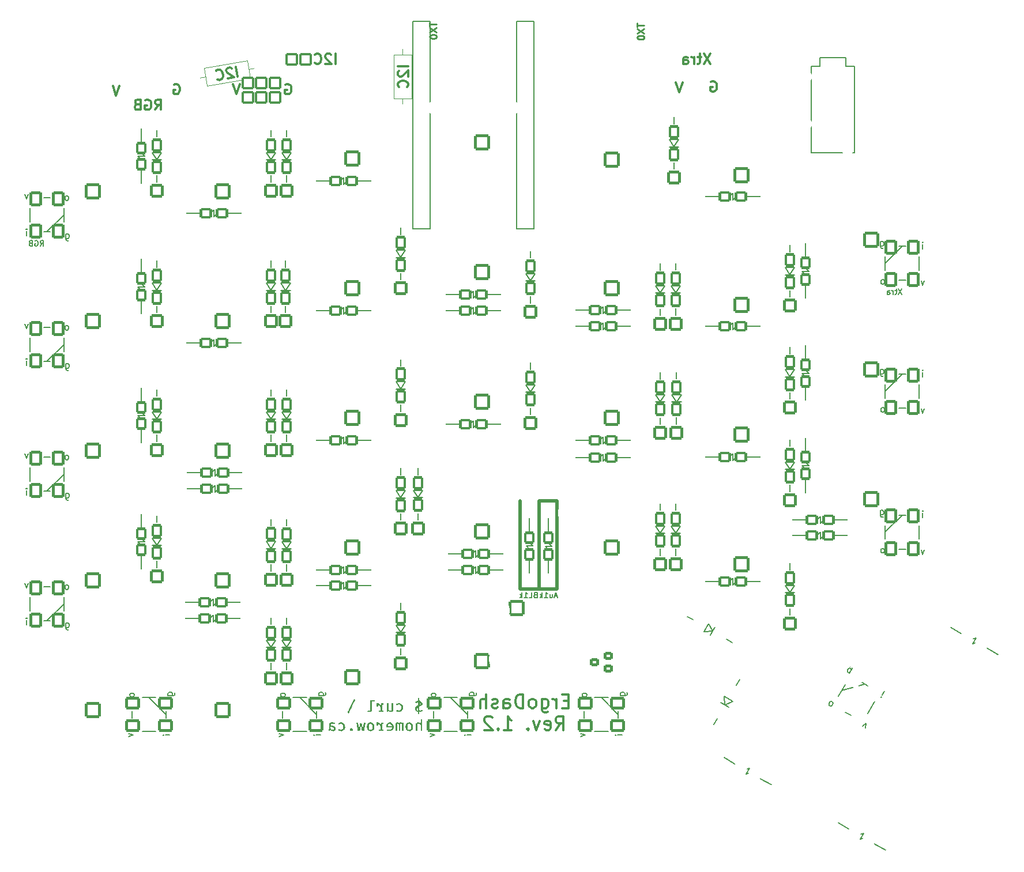
<source format=gbo>
G04 #@! TF.GenerationSoftware,KiCad,Pcbnew,(6.0.0)*
G04 #@! TF.CreationDate,2022-02-07T00:58:47-05:00*
G04 #@! TF.ProjectId,ergodash,6572676f-6461-4736-982e-6b696361645f,2.0*
G04 #@! TF.SameCoordinates,Original*
G04 #@! TF.FileFunction,Legend,Bot*
G04 #@! TF.FilePolarity,Positive*
%FSLAX46Y46*%
G04 Gerber Fmt 4.6, Leading zero omitted, Abs format (unit mm)*
G04 Created by KiCad (PCBNEW (6.0.0)) date 2022-02-07 00:58:47*
%MOMM*%
%LPD*%
G01*
G04 APERTURE LIST*
G04 Aperture macros list*
%AMRoundRect*
0 Rectangle with rounded corners*
0 $1 Rounding radius*
0 $2 $3 $4 $5 $6 $7 $8 $9 X,Y pos of 4 corners*
0 Add a 4 corners polygon primitive as box body*
4,1,4,$2,$3,$4,$5,$6,$7,$8,$9,$2,$3,0*
0 Add four circle primitives for the rounded corners*
1,1,$1+$1,$2,$3*
1,1,$1+$1,$4,$5*
1,1,$1+$1,$6,$7*
1,1,$1+$1,$8,$9*
0 Add four rect primitives between the rounded corners*
20,1,$1+$1,$2,$3,$4,$5,0*
20,1,$1+$1,$4,$5,$6,$7,0*
20,1,$1+$1,$6,$7,$8,$9,0*
20,1,$1+$1,$8,$9,$2,$3,0*%
%AMHorizOval*
0 Thick line with rounded ends*
0 $1 width*
0 $2 $3 position (X,Y) of the first rounded end (center of the circle)*
0 $4 $5 position (X,Y) of the second rounded end (center of the circle)*
0 Add line between two ends*
20,1,$1,$2,$3,$4,$5,0*
0 Add two circle primitives to create the rounded ends*
1,1,$1,$2,$3*
1,1,$1,$4,$5*%
%AMRotRect*
0 Rectangle, with rotation*
0 The origin of the aperture is its center*
0 $1 length*
0 $2 width*
0 $3 Rotation angle, in degrees counterclockwise*
0 Add horizontal line*
21,1,$1,$2,0,0,$3*%
G04 Aperture macros list end*
%ADD10C,0.500000*%
%ADD11C,0.300000*%
%ADD12C,0.200000*%
%ADD13C,0.250000*%
%ADD14C,0.150000*%
%ADD15C,0.120000*%
%ADD16R,1.905000X1.905000*%
%ADD17C,1.905000*%
%ADD18RotRect,1.905000X1.905000X60.000000*%
%ADD19RotRect,1.905000X1.905000X240.000000*%
%ADD20C,1.524000*%
%ADD21C,1.900000*%
%ADD22C,1.700000*%
%ADD23C,4.000000*%
%ADD24O,2.300000X3.337000*%
%ADD25HorizOval,2.400000X-0.578509X0.689440X0.578509X-0.689440X0*%
%ADD26HorizOval,2.400000X-0.578509X-0.689440X0.578509X0.689440X0*%
%ADD27C,2.000000*%
%ADD28HorizOval,2.000000X0.000000X0.000000X0.000000X0.000000X0*%
%ADD29O,2.000000X2.000000*%
%ADD30C,1.924000*%
%ADD31C,2.200000*%
%ADD32C,5.400000*%
%ADD33RoundRect,0.200000X-0.762000X-0.762000X0.762000X-0.762000X0.762000X0.762000X-0.762000X0.762000X0*%
%ADD34C,1.610000*%
%ADD35O,1.700000X2.600000*%
%ADD36RoundRect,0.200000X-0.600000X0.700000X-0.600000X-0.700000X0.600000X-0.700000X0.600000X0.700000X0*%
%ADD37RoundRect,0.200000X0.700000X0.600000X-0.700000X0.600000X-0.700000X-0.600000X0.700000X-0.600000X0*%
%ADD38RoundRect,0.200000X-0.700000X-0.600000X0.700000X-0.600000X0.700000X0.600000X-0.700000X0.600000X0*%
%ADD39RoundRect,0.200000X0.600000X-0.700000X0.600000X0.700000X-0.600000X0.700000X-0.600000X-0.700000X0*%
%ADD40RoundRect,0.200000X-0.906218X-0.169615X0.306218X-0.869615X0.906218X0.169615X-0.306218X0.869615X0*%
%ADD41HorizOval,2.000000X0.000000X0.000000X0.000000X0.000000X0*%
%ADD42RoundRect,0.200000X-0.952500X-0.952500X0.952500X-0.952500X0.952500X0.952500X-0.952500X0.952500X0*%
%ADD43C,2.305000*%
%ADD44RoundRect,0.200000X0.348639X-1.301139X1.301139X0.348639X-0.348639X1.301139X-1.301139X-0.348639X0*%
%ADD45RoundRect,0.200000X0.952500X0.952500X-0.952500X0.952500X-0.952500X-0.952500X0.952500X-0.952500X0*%
%ADD46RoundRect,0.200000X0.292820X-1.092820X1.092820X0.292820X-0.292820X1.092820X-1.092820X-0.292820X0*%
%ADD47RoundRect,0.200000X0.119615X-0.992820X0.919615X0.392820X-0.119615X0.992820X-0.919615X-0.392820X0*%
%ADD48HorizOval,2.000000X0.000000X0.000000X0.000000X0.000000X0*%
%ADD49RoundRect,0.200000X-0.450000X-0.400000X0.450000X-0.400000X0.450000X0.400000X-0.450000X0.400000X0*%
%ADD50C,2.300000*%
%ADD51C,4.400000*%
%ADD52C,2.100000*%
%ADD53HorizOval,2.800000X0.578509X0.689440X-0.578509X-0.689440X0*%
%ADD54O,2.700000X3.737000*%
%ADD55HorizOval,2.800000X0.578509X-0.689440X-0.578509X0.689440X0*%
%ADD56HorizOval,2.800000X0.307818X-0.845723X-0.307818X0.845723X0*%
%ADD57HorizOval,2.700000X-0.449034X0.259250X0.449034X-0.259250X0*%
%ADD58HorizOval,2.800000X-0.886327X-0.156283X0.886327X0.156283X0*%
%ADD59HorizOval,2.800000X-0.307818X0.845723X0.307818X-0.845723X0*%
%ADD60HorizOval,2.800000X0.886327X0.156283X-0.886327X-0.156283X0*%
%ADD61HorizOval,2.800000X-0.578509X-0.689440X0.578509X0.689440X0*%
%ADD62HorizOval,2.800000X-0.578509X0.689440X0.578509X-0.689440X0*%
%ADD63RoundRect,0.200000X-0.348639X1.301139X-1.301139X-0.348639X0.348639X-1.301139X1.301139X0.348639X0*%
%ADD64RoundRect,0.200000X0.906218X0.169615X-0.306218X0.869615X-0.906218X-0.169615X0.306218X-0.869615X0*%
%ADD65HorizOval,2.000000X0.000000X0.000000X0.000000X0.000000X0*%
%ADD66RoundRect,0.200000X0.600000X-0.800000X0.600000X0.800000X-0.600000X0.800000X-0.600000X-0.800000X0*%
%ADD67RoundRect,0.200000X0.800000X-0.800000X0.800000X0.800000X-0.800000X0.800000X-0.800000X-0.800000X0*%
%ADD68RoundRect,0.200000X0.992820X0.119615X-0.392820X0.919615X-0.992820X-0.119615X0.392820X-0.919615X0*%
%ADD69RoundRect,0.200000X1.092820X0.292820X-0.292820X1.092820X-1.092820X-0.292820X0.292820X-1.092820X0*%
%ADD70C,3.448000*%
%ADD71C,4.387800*%
%ADD72RoundRect,0.200000X-0.700000X-0.900000X0.700000X-0.900000X0.700000X0.900000X-0.700000X0.900000X0*%
%ADD73RoundRect,0.200000X0.900000X-0.700000X0.900000X0.700000X-0.900000X0.700000X-0.900000X-0.700000X0*%
%ADD74RoundRect,0.200000X1.056218X0.429423X-0.156218X1.129423X-1.056218X-0.429423X0.156218X-1.129423X0*%
%ADD75RoundRect,0.200000X0.700000X0.900000X-0.700000X0.900000X-0.700000X-0.900000X0.700000X-0.900000X0*%
G04 APERTURE END LIST*
D10*
X153919961Y-108585147D02*
X156459961Y-108585147D01*
X153919961Y-121539147D02*
X156459961Y-121539147D01*
X156459961Y-121539147D02*
X156459961Y-108585147D01*
X153797000Y-108585000D02*
X153797000Y-121539000D01*
X151003000Y-121539000D02*
X153924000Y-121539000D01*
X151003000Y-108585000D02*
X151003000Y-121539000D01*
D11*
X123892285Y-44366571D02*
X123892285Y-42866571D01*
X123249428Y-43009428D02*
X123178000Y-42938000D01*
X123035142Y-42866571D01*
X122678000Y-42866571D01*
X122535142Y-42938000D01*
X122463714Y-43009428D01*
X122392285Y-43152285D01*
X122392285Y-43295142D01*
X122463714Y-43509428D01*
X123320857Y-44366571D01*
X122392285Y-44366571D01*
X120892285Y-44223714D02*
X120963714Y-44295142D01*
X121178000Y-44366571D01*
X121320857Y-44366571D01*
X121535142Y-44295142D01*
X121678000Y-44152285D01*
X121749428Y-44009428D01*
X121820857Y-43723714D01*
X121820857Y-43509428D01*
X121749428Y-43223714D01*
X121678000Y-43080857D01*
X121535142Y-42938000D01*
X121320857Y-42866571D01*
X121178000Y-42866571D01*
X120963714Y-42938000D01*
X120892285Y-43009428D01*
X134568755Y-44743631D02*
X133068755Y-44743631D01*
X133211612Y-45386488D02*
X133140184Y-45457917D01*
X133068755Y-45600774D01*
X133068755Y-45957917D01*
X133140184Y-46100774D01*
X133211612Y-46172202D01*
X133354469Y-46243631D01*
X133497326Y-46243631D01*
X133711612Y-46172202D01*
X134568755Y-45315059D01*
X134568755Y-46243631D01*
X134425898Y-47743631D02*
X134497326Y-47672202D01*
X134568755Y-47457917D01*
X134568755Y-47315059D01*
X134497326Y-47100774D01*
X134354469Y-46957917D01*
X134211612Y-46886488D01*
X133925898Y-46815059D01*
X133711612Y-46815059D01*
X133425898Y-46886488D01*
X133283041Y-46957917D01*
X133140184Y-47100774D01*
X133068755Y-47315059D01*
X133068755Y-47457917D01*
X133140184Y-47672202D01*
X133211612Y-47743631D01*
X109542056Y-46240908D02*
X109281584Y-44763697D01*
X108673300Y-45016015D02*
X108590553Y-44958075D01*
X108437463Y-44912538D01*
X108085746Y-44974555D01*
X107957462Y-45069706D01*
X107899523Y-45152452D01*
X107853986Y-45305543D01*
X107878793Y-45446229D01*
X107986347Y-45644856D01*
X108979309Y-46340136D01*
X108064844Y-46501381D01*
X106562826Y-46621166D02*
X106645573Y-46679106D01*
X106869007Y-46712239D01*
X107009693Y-46687432D01*
X107208320Y-46579879D01*
X107324200Y-46414385D01*
X107369737Y-46261295D01*
X107390466Y-45967517D01*
X107353256Y-45756487D01*
X107233299Y-45487517D01*
X107138148Y-45359234D01*
X106972655Y-45243354D01*
X106749221Y-45210221D01*
X106608534Y-45235027D01*
X106409907Y-45342581D01*
X106351967Y-45425328D01*
X116574142Y-47383000D02*
X116717000Y-47311571D01*
X116931285Y-47311571D01*
X117145571Y-47383000D01*
X117288428Y-47525857D01*
X117359857Y-47668714D01*
X117431285Y-47954428D01*
X117431285Y-48168714D01*
X117359857Y-48454428D01*
X117288428Y-48597285D01*
X117145571Y-48740142D01*
X116931285Y-48811571D01*
X116788428Y-48811571D01*
X116574142Y-48740142D01*
X116502714Y-48668714D01*
X116502714Y-48168714D01*
X116788428Y-48168714D01*
D12*
X153244428Y-122370857D02*
X153130142Y-122408952D01*
X153092047Y-122447047D01*
X153053952Y-122523238D01*
X153053952Y-122637523D01*
X153092047Y-122713714D01*
X153130142Y-122751809D01*
X153206333Y-122789904D01*
X153511095Y-122789904D01*
X153511095Y-121989904D01*
X153244428Y-121989904D01*
X153168238Y-122028000D01*
X153130142Y-122066095D01*
X153092047Y-122142285D01*
X153092047Y-122218476D01*
X153130142Y-122294666D01*
X153168238Y-122332761D01*
X153244428Y-122370857D01*
X153511095Y-122370857D01*
X152330142Y-122789904D02*
X152711095Y-122789904D01*
X152711095Y-121989904D01*
X151644428Y-122789904D02*
X152101571Y-122789904D01*
X151873000Y-122789904D02*
X151873000Y-121989904D01*
X151949190Y-122104190D01*
X152025380Y-122180380D01*
X152101571Y-122218476D01*
X151301571Y-122789904D02*
X151301571Y-121989904D01*
X151225380Y-122485142D02*
X150996809Y-122789904D01*
X150996809Y-122256571D02*
X151301571Y-122561333D01*
D13*
X168235380Y-38385904D02*
X168235380Y-38957333D01*
X169235380Y-38671619D02*
X168235380Y-38671619D01*
X168235380Y-39195428D02*
X169235380Y-39862095D01*
X168235380Y-39862095D02*
X169235380Y-39195428D01*
X168235380Y-40433523D02*
X168235380Y-40528761D01*
X168283000Y-40624000D01*
X168330619Y-40671619D01*
X168425857Y-40719238D01*
X168616333Y-40766857D01*
X168854428Y-40766857D01*
X169044904Y-40719238D01*
X169140142Y-40671619D01*
X169187761Y-40624000D01*
X169235380Y-40528761D01*
X169235380Y-40433523D01*
X169187761Y-40338285D01*
X169140142Y-40290666D01*
X169044904Y-40243047D01*
X168854428Y-40195428D01*
X168616333Y-40195428D01*
X168425857Y-40243047D01*
X168330619Y-40290666D01*
X168283000Y-40338285D01*
X168235380Y-40433523D01*
D11*
X91194000Y-47565571D02*
X91694000Y-49065571D01*
X92194000Y-47565571D01*
X100191142Y-47383000D02*
X100334000Y-47311571D01*
X100548285Y-47311571D01*
X100762571Y-47383000D01*
X100905428Y-47525857D01*
X100976857Y-47668714D01*
X101048285Y-47954428D01*
X101048285Y-48168714D01*
X100976857Y-48454428D01*
X100905428Y-48597285D01*
X100762571Y-48740142D01*
X100548285Y-48811571D01*
X100405428Y-48811571D01*
X100191142Y-48740142D01*
X100119714Y-48668714D01*
X100119714Y-48168714D01*
X100405428Y-48168714D01*
X158114190Y-137947142D02*
X157447523Y-137947142D01*
X157161809Y-138994761D02*
X158114190Y-138994761D01*
X158114190Y-136994761D01*
X157161809Y-136994761D01*
X156304666Y-138994761D02*
X156304666Y-137661428D01*
X156304666Y-138042380D02*
X156209428Y-137851904D01*
X156114190Y-137756666D01*
X155923714Y-137661428D01*
X155733238Y-137661428D01*
X154209428Y-137661428D02*
X154209428Y-139280476D01*
X154304666Y-139470952D01*
X154399904Y-139566190D01*
X154590380Y-139661428D01*
X154876095Y-139661428D01*
X155066571Y-139566190D01*
X154209428Y-138899523D02*
X154399904Y-138994761D01*
X154780857Y-138994761D01*
X154971333Y-138899523D01*
X155066571Y-138804285D01*
X155161809Y-138613809D01*
X155161809Y-138042380D01*
X155066571Y-137851904D01*
X154971333Y-137756666D01*
X154780857Y-137661428D01*
X154399904Y-137661428D01*
X154209428Y-137756666D01*
X152971333Y-138994761D02*
X153161809Y-138899523D01*
X153257047Y-138804285D01*
X153352285Y-138613809D01*
X153352285Y-138042380D01*
X153257047Y-137851904D01*
X153161809Y-137756666D01*
X152971333Y-137661428D01*
X152685619Y-137661428D01*
X152495142Y-137756666D01*
X152399904Y-137851904D01*
X152304666Y-138042380D01*
X152304666Y-138613809D01*
X152399904Y-138804285D01*
X152495142Y-138899523D01*
X152685619Y-138994761D01*
X152971333Y-138994761D01*
X151447523Y-138994761D02*
X151447523Y-136994761D01*
X150971333Y-136994761D01*
X150685619Y-137090000D01*
X150495142Y-137280476D01*
X150399904Y-137470952D01*
X150304666Y-137851904D01*
X150304666Y-138137619D01*
X150399904Y-138518571D01*
X150495142Y-138709047D01*
X150685619Y-138899523D01*
X150971333Y-138994761D01*
X151447523Y-138994761D01*
X148590380Y-138994761D02*
X148590380Y-137947142D01*
X148685619Y-137756666D01*
X148876095Y-137661428D01*
X149257047Y-137661428D01*
X149447523Y-137756666D01*
X148590380Y-138899523D02*
X148780857Y-138994761D01*
X149257047Y-138994761D01*
X149447523Y-138899523D01*
X149542761Y-138709047D01*
X149542761Y-138518571D01*
X149447523Y-138328095D01*
X149257047Y-138232857D01*
X148780857Y-138232857D01*
X148590380Y-138137619D01*
X147733238Y-138899523D02*
X147542761Y-138994761D01*
X147161809Y-138994761D01*
X146971333Y-138899523D01*
X146876095Y-138709047D01*
X146876095Y-138613809D01*
X146971333Y-138423333D01*
X147161809Y-138328095D01*
X147447523Y-138328095D01*
X147638000Y-138232857D01*
X147733238Y-138042380D01*
X147733238Y-137947142D01*
X147638000Y-137756666D01*
X147447523Y-137661428D01*
X147161809Y-137661428D01*
X146971333Y-137756666D01*
X146018952Y-138994761D02*
X146018952Y-136994761D01*
X145161809Y-138994761D02*
X145161809Y-137947142D01*
X145257047Y-137756666D01*
X145447523Y-137661428D01*
X145733238Y-137661428D01*
X145923714Y-137756666D01*
X146018952Y-137851904D01*
X156257047Y-142214761D02*
X156923714Y-141262380D01*
X157399904Y-142214761D02*
X157399904Y-140214761D01*
X156638000Y-140214761D01*
X156447523Y-140310000D01*
X156352285Y-140405238D01*
X156257047Y-140595714D01*
X156257047Y-140881428D01*
X156352285Y-141071904D01*
X156447523Y-141167142D01*
X156638000Y-141262380D01*
X157399904Y-141262380D01*
X154638000Y-142119523D02*
X154828476Y-142214761D01*
X155209428Y-142214761D01*
X155399904Y-142119523D01*
X155495142Y-141929047D01*
X155495142Y-141167142D01*
X155399904Y-140976666D01*
X155209428Y-140881428D01*
X154828476Y-140881428D01*
X154638000Y-140976666D01*
X154542761Y-141167142D01*
X154542761Y-141357619D01*
X155495142Y-141548095D01*
X153876095Y-140881428D02*
X153399904Y-142214761D01*
X152923714Y-140881428D01*
X152161809Y-142024285D02*
X152066571Y-142119523D01*
X152161809Y-142214761D01*
X152257047Y-142119523D01*
X152161809Y-142024285D01*
X152161809Y-142214761D01*
X148638000Y-142214761D02*
X149780857Y-142214761D01*
X149209428Y-142214761D02*
X149209428Y-140214761D01*
X149399904Y-140500476D01*
X149590380Y-140690952D01*
X149780857Y-140786190D01*
X147780857Y-142024285D02*
X147685619Y-142119523D01*
X147780857Y-142214761D01*
X147876095Y-142119523D01*
X147780857Y-142024285D01*
X147780857Y-142214761D01*
X146923714Y-140405238D02*
X146828476Y-140310000D01*
X146638000Y-140214761D01*
X146161809Y-140214761D01*
X145971333Y-140310000D01*
X145876095Y-140405238D01*
X145780857Y-140595714D01*
X145780857Y-140786190D01*
X145876095Y-141071904D01*
X147018952Y-142214761D01*
X145780857Y-142214761D01*
D12*
X80562380Y-71100904D02*
X80829047Y-70719952D01*
X81019523Y-71100904D02*
X81019523Y-70300904D01*
X80714761Y-70300904D01*
X80638571Y-70339000D01*
X80600476Y-70377095D01*
X80562380Y-70453285D01*
X80562380Y-70567571D01*
X80600476Y-70643761D01*
X80638571Y-70681857D01*
X80714761Y-70719952D01*
X81019523Y-70719952D01*
X79800476Y-70339000D02*
X79876666Y-70300904D01*
X79990952Y-70300904D01*
X80105238Y-70339000D01*
X80181428Y-70415190D01*
X80219523Y-70491380D01*
X80257619Y-70643761D01*
X80257619Y-70758047D01*
X80219523Y-70910428D01*
X80181428Y-70986619D01*
X80105238Y-71062809D01*
X79990952Y-71100904D01*
X79914761Y-71100904D01*
X79800476Y-71062809D01*
X79762380Y-71024714D01*
X79762380Y-70758047D01*
X79914761Y-70758047D01*
X79152857Y-70681857D02*
X79038571Y-70719952D01*
X79000476Y-70758047D01*
X78962380Y-70834238D01*
X78962380Y-70948523D01*
X79000476Y-71024714D01*
X79038571Y-71062809D01*
X79114761Y-71100904D01*
X79419523Y-71100904D01*
X79419523Y-70300904D01*
X79152857Y-70300904D01*
X79076666Y-70339000D01*
X79038571Y-70377095D01*
X79000476Y-70453285D01*
X79000476Y-70529476D01*
X79038571Y-70605666D01*
X79076666Y-70643761D01*
X79152857Y-70681857D01*
X79419523Y-70681857D01*
D11*
X178982428Y-42866571D02*
X177982428Y-44366571D01*
X177982428Y-42866571D02*
X178982428Y-44366571D01*
X177625285Y-43366571D02*
X177053857Y-43366571D01*
X177411000Y-42866571D02*
X177411000Y-44152285D01*
X177339571Y-44295142D01*
X177196714Y-44366571D01*
X177053857Y-44366571D01*
X176553857Y-44366571D02*
X176553857Y-43366571D01*
X176553857Y-43652285D02*
X176482428Y-43509428D01*
X176411000Y-43438000D01*
X176268142Y-43366571D01*
X176125285Y-43366571D01*
X174982428Y-44366571D02*
X174982428Y-43580857D01*
X175053857Y-43438000D01*
X175196714Y-43366571D01*
X175482428Y-43366571D01*
X175625285Y-43438000D01*
X174982428Y-44295142D02*
X175125285Y-44366571D01*
X175482428Y-44366571D01*
X175625285Y-44295142D01*
X175696714Y-44152285D01*
X175696714Y-44009428D01*
X175625285Y-43866571D01*
X175482428Y-43795142D01*
X175125285Y-43795142D01*
X174982428Y-43723714D01*
X179058142Y-47002000D02*
X179201000Y-46930571D01*
X179415285Y-46930571D01*
X179629571Y-47002000D01*
X179772428Y-47144857D01*
X179843857Y-47287714D01*
X179915285Y-47573428D01*
X179915285Y-47787714D01*
X179843857Y-48073428D01*
X179772428Y-48216285D01*
X179629571Y-48359142D01*
X179415285Y-48430571D01*
X179272428Y-48430571D01*
X179058142Y-48359142D01*
X178986714Y-48287714D01*
X178986714Y-47787714D01*
X179272428Y-47787714D01*
D12*
X156451142Y-122561333D02*
X156070190Y-122561333D01*
X156527333Y-122789904D02*
X156260666Y-121989904D01*
X155994000Y-122789904D01*
X155384476Y-122256571D02*
X155384476Y-122789904D01*
X155727333Y-122256571D02*
X155727333Y-122675619D01*
X155689238Y-122751809D01*
X155613047Y-122789904D01*
X155498761Y-122789904D01*
X155422571Y-122751809D01*
X155384476Y-122713714D01*
X154584476Y-122789904D02*
X155041619Y-122789904D01*
X154813047Y-122789904D02*
X154813047Y-121989904D01*
X154889238Y-122104190D01*
X154965428Y-122180380D01*
X155041619Y-122218476D01*
X154241619Y-122789904D02*
X154241619Y-121989904D01*
X154165428Y-122485142D02*
X153936857Y-122789904D01*
X153936857Y-122256571D02*
X154241619Y-122561333D01*
X207098761Y-77412904D02*
X206565428Y-78212904D01*
X206565428Y-77412904D02*
X207098761Y-78212904D01*
X206374952Y-77679571D02*
X206070190Y-77679571D01*
X206260666Y-77412904D02*
X206260666Y-78098619D01*
X206222571Y-78174809D01*
X206146380Y-78212904D01*
X206070190Y-78212904D01*
X205803523Y-78212904D02*
X205803523Y-77679571D01*
X205803523Y-77831952D02*
X205765428Y-77755761D01*
X205727333Y-77717666D01*
X205651142Y-77679571D01*
X205574952Y-77679571D01*
X204965428Y-78212904D02*
X204965428Y-77793857D01*
X205003523Y-77717666D01*
X205079714Y-77679571D01*
X205232095Y-77679571D01*
X205308285Y-77717666D01*
X204965428Y-78174809D02*
X205041619Y-78212904D01*
X205232095Y-78212904D01*
X205308285Y-78174809D01*
X205346380Y-78098619D01*
X205346380Y-78022428D01*
X205308285Y-77946238D01*
X205232095Y-77908142D01*
X205041619Y-77908142D01*
X204965428Y-77870047D01*
D11*
X108847000Y-47311571D02*
X109347000Y-48811571D01*
X109847000Y-47311571D01*
X173871000Y-47057571D02*
X174371000Y-48557571D01*
X174871000Y-47057571D01*
X97428714Y-51097571D02*
X97928714Y-50383285D01*
X98285857Y-51097571D02*
X98285857Y-49597571D01*
X97714428Y-49597571D01*
X97571571Y-49669000D01*
X97500142Y-49740428D01*
X97428714Y-49883285D01*
X97428714Y-50097571D01*
X97500142Y-50240428D01*
X97571571Y-50311857D01*
X97714428Y-50383285D01*
X98285857Y-50383285D01*
X96000142Y-49669000D02*
X96143000Y-49597571D01*
X96357285Y-49597571D01*
X96571571Y-49669000D01*
X96714428Y-49811857D01*
X96785857Y-49954714D01*
X96857285Y-50240428D01*
X96857285Y-50454714D01*
X96785857Y-50740428D01*
X96714428Y-50883285D01*
X96571571Y-51026142D01*
X96357285Y-51097571D01*
X96214428Y-51097571D01*
X96000142Y-51026142D01*
X95928714Y-50954714D01*
X95928714Y-50454714D01*
X96214428Y-50454714D01*
X94785857Y-50311857D02*
X94571571Y-50383285D01*
X94500142Y-50454714D01*
X94428714Y-50597571D01*
X94428714Y-50811857D01*
X94500142Y-50954714D01*
X94571571Y-51026142D01*
X94714428Y-51097571D01*
X95285857Y-51097571D01*
X95285857Y-49597571D01*
X94785857Y-49597571D01*
X94643000Y-49669000D01*
X94571571Y-49740428D01*
X94500142Y-49883285D01*
X94500142Y-50026142D01*
X94571571Y-50169000D01*
X94643000Y-50240428D01*
X94785857Y-50311857D01*
X95285857Y-50311857D01*
D13*
X137755380Y-38258904D02*
X137755380Y-38830333D01*
X138755380Y-38544619D02*
X137755380Y-38544619D01*
X137755380Y-39068428D02*
X138755380Y-39735095D01*
X137755380Y-39735095D02*
X138755380Y-39068428D01*
X137755380Y-40306523D02*
X137755380Y-40401761D01*
X137803000Y-40497000D01*
X137850619Y-40544619D01*
X137945857Y-40592238D01*
X138136333Y-40639857D01*
X138374428Y-40639857D01*
X138564904Y-40592238D01*
X138660142Y-40544619D01*
X138707761Y-40497000D01*
X138755380Y-40401761D01*
X138755380Y-40306523D01*
X138707761Y-40211285D01*
X138660142Y-40163666D01*
X138564904Y-40116047D01*
X138374428Y-40068428D01*
X138136333Y-40068428D01*
X137945857Y-40116047D01*
X137850619Y-40163666D01*
X137803000Y-40211285D01*
X137755380Y-40306523D01*
D14*
X78772095Y-63533714D02*
X78534000Y-64200380D01*
X78295904Y-63533714D01*
X78534000Y-69600380D02*
X78534000Y-68933714D01*
X78534000Y-68600380D02*
X78581619Y-68648000D01*
X78534000Y-68695619D01*
X78486380Y-68648000D01*
X78534000Y-68600380D01*
X78534000Y-68695619D01*
X84505428Y-64400380D02*
X84600666Y-64352761D01*
X84648285Y-64305142D01*
X84695904Y-64209904D01*
X84695904Y-63924190D01*
X84648285Y-63828952D01*
X84600666Y-63781333D01*
X84505428Y-63733714D01*
X84362571Y-63733714D01*
X84267333Y-63781333D01*
X84219714Y-63828952D01*
X84172095Y-63924190D01*
X84172095Y-64209904D01*
X84219714Y-64305142D01*
X84267333Y-64352761D01*
X84362571Y-64400380D01*
X84505428Y-64400380D01*
X84319714Y-69333714D02*
X84319714Y-70143238D01*
X84367333Y-70238476D01*
X84414952Y-70286095D01*
X84510190Y-70333714D01*
X84653047Y-70333714D01*
X84748285Y-70286095D01*
X84319714Y-69952761D02*
X84414952Y-70000380D01*
X84605428Y-70000380D01*
X84700666Y-69952761D01*
X84748285Y-69905142D01*
X84795904Y-69809904D01*
X84795904Y-69524190D01*
X84748285Y-69428952D01*
X84700666Y-69381333D01*
X84605428Y-69333714D01*
X84414952Y-69333714D01*
X84319714Y-69381333D01*
X84505428Y-83450380D02*
X84600666Y-83402761D01*
X84648285Y-83355142D01*
X84695904Y-83259904D01*
X84695904Y-82974190D01*
X84648285Y-82878952D01*
X84600666Y-82831333D01*
X84505428Y-82783714D01*
X84362571Y-82783714D01*
X84267333Y-82831333D01*
X84219714Y-82878952D01*
X84172095Y-82974190D01*
X84172095Y-83259904D01*
X84219714Y-83355142D01*
X84267333Y-83402761D01*
X84362571Y-83450380D01*
X84505428Y-83450380D01*
X78534000Y-88650380D02*
X78534000Y-87983714D01*
X78534000Y-87650380D02*
X78581619Y-87698000D01*
X78534000Y-87745619D01*
X78486380Y-87698000D01*
X78534000Y-87650380D01*
X78534000Y-87745619D01*
X84319714Y-88383714D02*
X84319714Y-89193238D01*
X84367333Y-89288476D01*
X84414952Y-89336095D01*
X84510190Y-89383714D01*
X84653047Y-89383714D01*
X84748285Y-89336095D01*
X84319714Y-89002761D02*
X84414952Y-89050380D01*
X84605428Y-89050380D01*
X84700666Y-89002761D01*
X84748285Y-88955142D01*
X84795904Y-88859904D01*
X84795904Y-88574190D01*
X84748285Y-88478952D01*
X84700666Y-88431333D01*
X84605428Y-88383714D01*
X84414952Y-88383714D01*
X84319714Y-88431333D01*
X78772095Y-82583714D02*
X78534000Y-83250380D01*
X78295904Y-82583714D01*
X84319714Y-107433714D02*
X84319714Y-108243238D01*
X84367333Y-108338476D01*
X84414952Y-108386095D01*
X84510190Y-108433714D01*
X84653047Y-108433714D01*
X84748285Y-108386095D01*
X84319714Y-108052761D02*
X84414952Y-108100380D01*
X84605428Y-108100380D01*
X84700666Y-108052761D01*
X84748285Y-108005142D01*
X84795904Y-107909904D01*
X84795904Y-107624190D01*
X84748285Y-107528952D01*
X84700666Y-107481333D01*
X84605428Y-107433714D01*
X84414952Y-107433714D01*
X84319714Y-107481333D01*
X84505428Y-102500380D02*
X84600666Y-102452761D01*
X84648285Y-102405142D01*
X84695904Y-102309904D01*
X84695904Y-102024190D01*
X84648285Y-101928952D01*
X84600666Y-101881333D01*
X84505428Y-101833714D01*
X84362571Y-101833714D01*
X84267333Y-101881333D01*
X84219714Y-101928952D01*
X84172095Y-102024190D01*
X84172095Y-102309904D01*
X84219714Y-102405142D01*
X84267333Y-102452761D01*
X84362571Y-102500380D01*
X84505428Y-102500380D01*
X78772095Y-101633714D02*
X78534000Y-102300380D01*
X78295904Y-101633714D01*
X78534000Y-107700380D02*
X78534000Y-107033714D01*
X78534000Y-106700380D02*
X78581619Y-106748000D01*
X78534000Y-106795619D01*
X78486380Y-106748000D01*
X78534000Y-106700380D01*
X78534000Y-106795619D01*
X84505428Y-121550380D02*
X84600666Y-121502761D01*
X84648285Y-121455142D01*
X84695904Y-121359904D01*
X84695904Y-121074190D01*
X84648285Y-120978952D01*
X84600666Y-120931333D01*
X84505428Y-120883714D01*
X84362571Y-120883714D01*
X84267333Y-120931333D01*
X84219714Y-120978952D01*
X84172095Y-121074190D01*
X84172095Y-121359904D01*
X84219714Y-121455142D01*
X84267333Y-121502761D01*
X84362571Y-121550380D01*
X84505428Y-121550380D01*
X78772095Y-120683714D02*
X78534000Y-121350380D01*
X78295904Y-120683714D01*
X84319714Y-126483714D02*
X84319714Y-127293238D01*
X84367333Y-127388476D01*
X84414952Y-127436095D01*
X84510190Y-127483714D01*
X84653047Y-127483714D01*
X84748285Y-127436095D01*
X84319714Y-127102761D02*
X84414952Y-127150380D01*
X84605428Y-127150380D01*
X84700666Y-127102761D01*
X84748285Y-127055142D01*
X84795904Y-126959904D01*
X84795904Y-126674190D01*
X84748285Y-126578952D01*
X84700666Y-126531333D01*
X84605428Y-126483714D01*
X84414952Y-126483714D01*
X84319714Y-126531333D01*
X78534000Y-126750380D02*
X78534000Y-126083714D01*
X78534000Y-125750380D02*
X78581619Y-125798000D01*
X78534000Y-125845619D01*
X78486380Y-125798000D01*
X78534000Y-125750380D01*
X78534000Y-125845619D01*
X94372380Y-136982571D02*
X94324761Y-136887333D01*
X94277142Y-136839714D01*
X94181904Y-136792095D01*
X93896190Y-136792095D01*
X93800952Y-136839714D01*
X93753333Y-136887333D01*
X93705714Y-136982571D01*
X93705714Y-137125428D01*
X93753333Y-137220666D01*
X93800952Y-137268285D01*
X93896190Y-137315904D01*
X94181904Y-137315904D01*
X94277142Y-137268285D01*
X94324761Y-137220666D01*
X94372380Y-137125428D01*
X94372380Y-136982571D01*
X99572380Y-142954000D02*
X98905714Y-142954000D01*
X98572380Y-142954000D02*
X98620000Y-142906380D01*
X98667619Y-142954000D01*
X98620000Y-143001619D01*
X98572380Y-142954000D01*
X98667619Y-142954000D01*
X93505714Y-142715904D02*
X94172380Y-142954000D01*
X93505714Y-143192095D01*
X99305714Y-137168285D02*
X100115238Y-137168285D01*
X100210476Y-137120666D01*
X100258095Y-137073047D01*
X100305714Y-136977809D01*
X100305714Y-136834952D01*
X100258095Y-136739714D01*
X99924761Y-137168285D02*
X99972380Y-137073047D01*
X99972380Y-136882571D01*
X99924761Y-136787333D01*
X99877142Y-136739714D01*
X99781904Y-136692095D01*
X99496190Y-136692095D01*
X99400952Y-136739714D01*
X99353333Y-136787333D01*
X99305714Y-136882571D01*
X99305714Y-137073047D01*
X99353333Y-137168285D01*
X121446047Y-137168285D02*
X122255571Y-137168285D01*
X122350809Y-137120666D01*
X122398428Y-137073047D01*
X122446047Y-136977809D01*
X122446047Y-136834952D01*
X122398428Y-136739714D01*
X122065094Y-137168285D02*
X122112713Y-137073047D01*
X122112713Y-136882571D01*
X122065094Y-136787333D01*
X122017475Y-136739714D01*
X121922237Y-136692095D01*
X121636523Y-136692095D01*
X121541285Y-136739714D01*
X121493666Y-136787333D01*
X121446047Y-136882571D01*
X121446047Y-137073047D01*
X121493666Y-137168285D01*
X121712713Y-142954000D02*
X121046047Y-142954000D01*
X120712713Y-142954000D02*
X120760333Y-142906380D01*
X120807952Y-142954000D01*
X120760333Y-143001619D01*
X120712713Y-142954000D01*
X120807952Y-142954000D01*
X115646047Y-142715904D02*
X116312713Y-142954000D01*
X115646047Y-143192095D01*
X116512713Y-136982571D02*
X116465094Y-136887333D01*
X116417475Y-136839714D01*
X116322237Y-136792095D01*
X116036523Y-136792095D01*
X115941285Y-136839714D01*
X115893666Y-136887333D01*
X115846047Y-136982571D01*
X115846047Y-137125428D01*
X115893666Y-137220666D01*
X115941285Y-137268285D01*
X116036523Y-137315904D01*
X116322237Y-137315904D01*
X116417475Y-137268285D01*
X116465094Y-137220666D01*
X116512713Y-137125428D01*
X116512713Y-136982571D01*
X137786381Y-142715904D02*
X138453047Y-142954000D01*
X137786381Y-143192095D01*
X138653047Y-136982571D02*
X138605428Y-136887333D01*
X138557809Y-136839714D01*
X138462571Y-136792095D01*
X138176857Y-136792095D01*
X138081619Y-136839714D01*
X138034000Y-136887333D01*
X137986381Y-136982571D01*
X137986381Y-137125428D01*
X138034000Y-137220666D01*
X138081619Y-137268285D01*
X138176857Y-137315904D01*
X138462571Y-137315904D01*
X138557809Y-137268285D01*
X138605428Y-137220666D01*
X138653047Y-137125428D01*
X138653047Y-136982571D01*
X143586381Y-137168285D02*
X144395905Y-137168285D01*
X144491143Y-137120666D01*
X144538762Y-137073047D01*
X144586381Y-136977809D01*
X144586381Y-136834952D01*
X144538762Y-136739714D01*
X144205428Y-137168285D02*
X144253047Y-137073047D01*
X144253047Y-136882571D01*
X144205428Y-136787333D01*
X144157809Y-136739714D01*
X144062571Y-136692095D01*
X143776857Y-136692095D01*
X143681619Y-136739714D01*
X143634000Y-136787333D01*
X143586381Y-136882571D01*
X143586381Y-137073047D01*
X143634000Y-137168285D01*
X143853047Y-142954000D02*
X143186381Y-142954000D01*
X142853047Y-142954000D02*
X142900667Y-142906380D01*
X142948286Y-142954000D01*
X142900667Y-143001619D01*
X142853047Y-142954000D01*
X142948286Y-142954000D01*
X159926714Y-142715904D02*
X160593380Y-142954000D01*
X159926714Y-143192095D01*
X165726714Y-137168285D02*
X166536238Y-137168285D01*
X166631476Y-137120666D01*
X166679095Y-137073047D01*
X166726714Y-136977809D01*
X166726714Y-136834952D01*
X166679095Y-136739714D01*
X166345761Y-137168285D02*
X166393380Y-137073047D01*
X166393380Y-136882571D01*
X166345761Y-136787333D01*
X166298142Y-136739714D01*
X166202904Y-136692095D01*
X165917190Y-136692095D01*
X165821952Y-136739714D01*
X165774333Y-136787333D01*
X165726714Y-136882571D01*
X165726714Y-137073047D01*
X165774333Y-137168285D01*
X160793380Y-136982571D02*
X160745761Y-136887333D01*
X160698142Y-136839714D01*
X160602904Y-136792095D01*
X160317190Y-136792095D01*
X160221952Y-136839714D01*
X160174333Y-136887333D01*
X160126714Y-136982571D01*
X160126714Y-137125428D01*
X160174333Y-137220666D01*
X160221952Y-137268285D01*
X160317190Y-137315904D01*
X160602904Y-137315904D01*
X160698142Y-137268285D01*
X160745761Y-137220666D01*
X160793380Y-137125428D01*
X160793380Y-136982571D01*
X165993380Y-142954000D02*
X165326714Y-142954000D01*
X164993380Y-142954000D02*
X165041000Y-142906380D01*
X165088619Y-142954000D01*
X165041000Y-143001619D01*
X164993380Y-142954000D01*
X165088619Y-142954000D01*
X201290736Y-141659400D02*
X201830266Y-141201097D01*
X201703129Y-141897495D01*
X204530266Y-136524560D02*
X204196933Y-137101910D01*
X204030266Y-137390586D02*
X204012836Y-137325537D01*
X204077885Y-137308107D01*
X204095315Y-137373156D01*
X204030266Y-137390586D01*
X204077885Y-137308107D01*
X196758857Y-138042178D02*
X196652569Y-138035798D01*
X196587520Y-138053228D01*
X196498662Y-138111897D01*
X196355805Y-138359333D01*
X196349425Y-138465621D01*
X196366855Y-138530670D01*
X196425524Y-138619528D01*
X196549242Y-138690957D01*
X196655530Y-138697336D01*
X196720579Y-138679907D01*
X196809437Y-138621238D01*
X196952294Y-138373802D01*
X196958674Y-138267514D01*
X196941244Y-138202465D01*
X196882575Y-138113606D01*
X196758857Y-138042178D01*
X199386358Y-133862643D02*
X199791119Y-133161575D01*
X199797499Y-133055287D01*
X199780069Y-132990238D01*
X199721400Y-132901380D01*
X199597682Y-132829951D01*
X199491394Y-132823571D01*
X199695881Y-133326532D02*
X199637212Y-133237674D01*
X199472255Y-133142436D01*
X199365967Y-133136056D01*
X199300918Y-133153486D01*
X199212060Y-133212155D01*
X199069203Y-133459591D01*
X199062823Y-133565879D01*
X199080253Y-133630928D01*
X199138922Y-133719786D01*
X199303879Y-133815024D01*
X199410167Y-133821404D01*
X210375095Y-115742714D02*
X210137000Y-116409380D01*
X209898904Y-115742714D01*
X210137000Y-111009380D02*
X210137000Y-110342714D01*
X210137000Y-110009380D02*
X210184619Y-110057000D01*
X210137000Y-110104619D01*
X210089380Y-110057000D01*
X210137000Y-110009380D01*
X210137000Y-110104619D01*
X203922714Y-109942714D02*
X203922714Y-110752238D01*
X203970333Y-110847476D01*
X204017952Y-110895095D01*
X204113190Y-110942714D01*
X204256047Y-110942714D01*
X204351285Y-110895095D01*
X203922714Y-110561761D02*
X204017952Y-110609380D01*
X204208428Y-110609380D01*
X204303666Y-110561761D01*
X204351285Y-110514142D01*
X204398904Y-110418904D01*
X204398904Y-110133190D01*
X204351285Y-110037952D01*
X204303666Y-109990333D01*
X204208428Y-109942714D01*
X204017952Y-109942714D01*
X203922714Y-109990333D01*
X204308428Y-116209380D02*
X204403666Y-116161761D01*
X204451285Y-116114142D01*
X204498904Y-116018904D01*
X204498904Y-115733190D01*
X204451285Y-115637952D01*
X204403666Y-115590333D01*
X204308428Y-115542714D01*
X204165571Y-115542714D01*
X204070333Y-115590333D01*
X204022714Y-115637952D01*
X203975095Y-115733190D01*
X203975095Y-116018904D01*
X204022714Y-116114142D01*
X204070333Y-116161761D01*
X204165571Y-116209380D01*
X204308428Y-116209380D01*
X204308428Y-95508380D02*
X204403666Y-95460761D01*
X204451285Y-95413142D01*
X204498904Y-95317904D01*
X204498904Y-95032190D01*
X204451285Y-94936952D01*
X204403666Y-94889333D01*
X204308428Y-94841714D01*
X204165571Y-94841714D01*
X204070333Y-94889333D01*
X204022714Y-94936952D01*
X203975095Y-95032190D01*
X203975095Y-95317904D01*
X204022714Y-95413142D01*
X204070333Y-95460761D01*
X204165571Y-95508380D01*
X204308428Y-95508380D01*
X210137000Y-90308380D02*
X210137000Y-89641714D01*
X210137000Y-89308380D02*
X210184619Y-89356000D01*
X210137000Y-89403619D01*
X210089380Y-89356000D01*
X210137000Y-89308380D01*
X210137000Y-89403619D01*
X203922714Y-89241714D02*
X203922714Y-90051238D01*
X203970333Y-90146476D01*
X204017952Y-90194095D01*
X204113190Y-90241714D01*
X204256047Y-90241714D01*
X204351285Y-90194095D01*
X203922714Y-89860761D02*
X204017952Y-89908380D01*
X204208428Y-89908380D01*
X204303666Y-89860761D01*
X204351285Y-89813142D01*
X204398904Y-89717904D01*
X204398904Y-89432190D01*
X204351285Y-89336952D01*
X204303666Y-89289333D01*
X204208428Y-89241714D01*
X204017952Y-89241714D01*
X203922714Y-89289333D01*
X210375095Y-95041714D02*
X210137000Y-95708380D01*
X209898904Y-95041714D01*
X210375095Y-76245714D02*
X210137000Y-76912380D01*
X209898904Y-76245714D01*
X204308428Y-76712380D02*
X204403666Y-76664761D01*
X204451285Y-76617142D01*
X204498904Y-76521904D01*
X204498904Y-76236190D01*
X204451285Y-76140952D01*
X204403666Y-76093333D01*
X204308428Y-76045714D01*
X204165571Y-76045714D01*
X204070333Y-76093333D01*
X204022714Y-76140952D01*
X203975095Y-76236190D01*
X203975095Y-76521904D01*
X204022714Y-76617142D01*
X204070333Y-76664761D01*
X204165571Y-76712380D01*
X204308428Y-76712380D01*
X203922714Y-70445714D02*
X203922714Y-71255238D01*
X203970333Y-71350476D01*
X204017952Y-71398095D01*
X204113190Y-71445714D01*
X204256047Y-71445714D01*
X204351285Y-71398095D01*
X203922714Y-71064761D02*
X204017952Y-71112380D01*
X204208428Y-71112380D01*
X204303666Y-71064761D01*
X204351285Y-71017142D01*
X204398904Y-70921904D01*
X204398904Y-70636190D01*
X204351285Y-70540952D01*
X204303666Y-70493333D01*
X204208428Y-70445714D01*
X204017952Y-70445714D01*
X203922714Y-70493333D01*
X210137000Y-71512380D02*
X210137000Y-70845714D01*
X210137000Y-70512380D02*
X210184619Y-70560000D01*
X210137000Y-70607619D01*
X210089380Y-70560000D01*
X210137000Y-70512380D01*
X210137000Y-70607619D01*
G36*
X126278481Y-141926111D02*
G01*
X126370219Y-141979807D01*
X126410673Y-142018718D01*
X126438628Y-142072206D01*
X126445507Y-142148923D01*
X126442039Y-142208671D01*
X126420709Y-142265891D01*
X126370219Y-142318038D01*
X126369944Y-142318270D01*
X126278713Y-142369097D01*
X126188107Y-142375647D01*
X126107393Y-142341799D01*
X126045836Y-142271430D01*
X126012703Y-142168418D01*
X126012325Y-142165575D01*
X126008452Y-142095448D01*
X126025969Y-142045666D01*
X126073509Y-141991048D01*
X126102084Y-141965359D01*
X126189066Y-141921296D01*
X126278481Y-141926111D01*
G37*
G36*
X126717968Y-137680334D02*
G01*
X126740314Y-137690409D01*
X126791676Y-137720477D01*
X126812310Y-137744223D01*
X126811999Y-137746978D01*
X126806789Y-137763392D01*
X126794083Y-137794469D01*
X126772486Y-137843144D01*
X126740607Y-137912350D01*
X126697053Y-138005022D01*
X126640430Y-138124091D01*
X126569346Y-138272494D01*
X126482408Y-138453162D01*
X126378222Y-138669030D01*
X126255397Y-138923032D01*
X126112539Y-139218101D01*
X125837226Y-139786508D01*
X125743727Y-139747755D01*
X125722041Y-139738649D01*
X125667661Y-139714585D01*
X125641857Y-139701163D01*
X125649131Y-139681350D01*
X125675680Y-139621544D01*
X125719636Y-139526106D01*
X125778948Y-139399398D01*
X125851561Y-139245780D01*
X125935423Y-139069614D01*
X126028481Y-138875261D01*
X126128681Y-138667082D01*
X126623875Y-137640840D01*
X126717968Y-137680334D01*
G37*
G36*
X129613554Y-141880564D02*
G01*
X129569112Y-142049720D01*
X129490796Y-142187525D01*
X129380690Y-142290965D01*
X129240876Y-142357024D01*
X129121455Y-142378800D01*
X128970304Y-142371985D01*
X128828603Y-142330738D01*
X128711415Y-142257882D01*
X128687955Y-142235447D01*
X128605697Y-142119273D01*
X128548316Y-141973156D01*
X128518091Y-141808160D01*
X128517747Y-141732930D01*
X128792193Y-141732930D01*
X128795897Y-141843824D01*
X128816867Y-141980550D01*
X128857682Y-142079557D01*
X128919850Y-142145725D01*
X128923607Y-142148231D01*
X128989773Y-142174726D01*
X129067379Y-142185628D01*
X129148448Y-142172814D01*
X129236762Y-142118665D01*
X129302423Y-142025133D01*
X129343348Y-141895471D01*
X129357453Y-141732930D01*
X129349242Y-141606412D01*
X129314545Y-141468587D01*
X129254613Y-141366114D01*
X129171529Y-141302245D01*
X129067379Y-141280233D01*
X128968505Y-141295464D01*
X128889266Y-141346016D01*
X128834402Y-141434240D01*
X128802511Y-141562443D01*
X128792193Y-141732930D01*
X128517747Y-141732930D01*
X128517301Y-141635351D01*
X128548227Y-141465794D01*
X128597651Y-141354590D01*
X128678430Y-141247057D01*
X128776744Y-141161696D01*
X128880285Y-141111635D01*
X128950119Y-141095745D01*
X129118026Y-141086566D01*
X129267911Y-141119880D01*
X129396182Y-141192321D01*
X129499248Y-141300523D01*
X129573518Y-141441121D01*
X129615399Y-141610749D01*
X129619092Y-141732930D01*
X129621302Y-141806042D01*
X129613554Y-141880564D01*
G37*
G36*
X123922999Y-142172174D02*
G01*
X123849398Y-142274144D01*
X123741557Y-142346846D01*
X123733189Y-142350415D01*
X123610455Y-142377902D01*
X123473333Y-142372334D01*
X123339438Y-142336263D01*
X123226389Y-142272240D01*
X123158595Y-142218183D01*
X123095259Y-142286677D01*
X123088902Y-142293308D01*
X123028077Y-142341960D01*
X122969198Y-142369787D01*
X122927444Y-142373930D01*
X122901216Y-142353099D01*
X122879188Y-142295497D01*
X122865452Y-142241002D01*
X122869430Y-142197920D01*
X122899090Y-142159405D01*
X122899697Y-142158796D01*
X122917711Y-142136217D01*
X122930415Y-142105362D01*
X122938716Y-142058099D01*
X122943522Y-141986297D01*
X122945430Y-141896425D01*
X123190979Y-141896425D01*
X123191266Y-141926678D01*
X123198171Y-141999521D01*
X123219759Y-142050186D01*
X123263245Y-142098886D01*
X123273922Y-142108555D01*
X123360618Y-142159952D01*
X123458545Y-142183095D01*
X123552011Y-142176296D01*
X123625324Y-142137865D01*
X123658593Y-142093988D01*
X123681892Y-142008480D01*
X123668880Y-141919213D01*
X123619881Y-141843680D01*
X123597115Y-141824716D01*
X123548532Y-141799867D01*
X123479257Y-141784622D01*
X123375179Y-141775021D01*
X123190979Y-141763200D01*
X123190979Y-141896425D01*
X122945430Y-141896425D01*
X122945740Y-141881824D01*
X122946278Y-141736549D01*
X122946296Y-141698452D01*
X122947072Y-141563574D01*
X122949776Y-141466602D01*
X122955486Y-141398599D01*
X122965278Y-141350631D01*
X122980230Y-141313762D01*
X123001419Y-141279057D01*
X123027206Y-141243459D01*
X123098255Y-141172731D01*
X123185069Y-141127690D01*
X123298129Y-141104077D01*
X123447915Y-141097635D01*
X123560134Y-141101870D01*
X123673624Y-141114211D01*
X123766292Y-141132731D01*
X123828765Y-141155502D01*
X123851673Y-141180599D01*
X123851665Y-141181074D01*
X123843864Y-141216512D01*
X123825792Y-141273762D01*
X123799910Y-141348004D01*
X123685088Y-141312485D01*
X123654815Y-141304096D01*
X123538900Y-141286617D01*
X123424747Y-141288569D01*
X123327196Y-141308778D01*
X123261088Y-141346069D01*
X123252514Y-141355919D01*
X123218734Y-141419452D01*
X123198145Y-141496873D01*
X123184535Y-141598345D01*
X123354607Y-141598345D01*
X123494276Y-141605599D01*
X123663632Y-141640348D01*
X123796871Y-141702804D01*
X123891897Y-141791876D01*
X123946616Y-141906472D01*
X123949671Y-141918679D01*
X123955282Y-142008480D01*
X123957908Y-142050498D01*
X123922999Y-142172174D01*
G37*
G36*
X130192224Y-138282052D02*
G01*
X130270134Y-138303467D01*
X130319619Y-138332509D01*
X130383417Y-138384170D01*
X130444192Y-138444215D01*
X130489663Y-138500387D01*
X130507549Y-138540429D01*
X130508078Y-138545493D01*
X130530259Y-138564048D01*
X130541151Y-138551955D01*
X130556864Y-138503071D01*
X130569783Y-138429462D01*
X130586599Y-138294876D01*
X130972482Y-138294876D01*
X130972482Y-138490638D01*
X130776721Y-138490638D01*
X130776721Y-139347092D01*
X130972482Y-139347092D01*
X130972482Y-139542853D01*
X130287318Y-139542853D01*
X130287318Y-139347092D01*
X130532019Y-139347092D01*
X130532019Y-139119014D01*
X130531805Y-139070152D01*
X130528238Y-138969028D01*
X130517901Y-138894206D01*
X130497746Y-138829346D01*
X130464727Y-138758105D01*
X130417343Y-138680532D01*
X130341719Y-138594872D01*
X130260962Y-138536609D01*
X130185819Y-138515108D01*
X130179035Y-138515353D01*
X130154747Y-138526720D01*
X130143340Y-138563538D01*
X130140497Y-138637458D01*
X130140497Y-138759809D01*
X130055961Y-138759809D01*
X130046509Y-138759814D01*
X130010989Y-138758008D01*
X129986358Y-138747318D01*
X129969348Y-138719795D01*
X129956689Y-138667489D01*
X129945114Y-138582448D01*
X129931353Y-138456722D01*
X129925418Y-138376517D01*
X129930263Y-138319540D01*
X129948677Y-138291923D01*
X129953101Y-138289391D01*
X130014124Y-138274311D01*
X130100359Y-138272100D01*
X130192224Y-138282052D01*
G37*
G36*
X136496615Y-140603833D02*
G01*
X136509313Y-140605888D01*
X136575865Y-140615303D01*
X136618965Y-140619270D01*
X136625335Y-140624763D01*
X136632576Y-140651526D01*
X136638330Y-140704047D01*
X136642733Y-140786190D01*
X136645921Y-140901816D01*
X136648029Y-141054790D01*
X136649195Y-141248973D01*
X136649553Y-141488229D01*
X136649553Y-142356919D01*
X136404852Y-142356919D01*
X136404852Y-141460680D01*
X136337559Y-141397917D01*
X136253548Y-141332223D01*
X136152477Y-141286666D01*
X136060829Y-141282393D01*
X135984669Y-141320731D01*
X135984493Y-141320890D01*
X135969304Y-141338610D01*
X135957990Y-141364814D01*
X135949990Y-141406245D01*
X135944743Y-141469644D01*
X135941690Y-141561753D01*
X135940268Y-141689316D01*
X135939919Y-141859074D01*
X135939919Y-142356919D01*
X135670748Y-142356919D01*
X135670786Y-141849164D01*
X135670932Y-141748780D01*
X135672147Y-141596084D01*
X135675026Y-141481220D01*
X135680091Y-141396972D01*
X135687863Y-141336124D01*
X135698862Y-141291460D01*
X135713608Y-141255763D01*
X135739940Y-141213196D01*
X135822776Y-141139300D01*
X135929829Y-141097850D01*
X136051434Y-141090088D01*
X136177922Y-141117253D01*
X136299627Y-141180585D01*
X136404852Y-141254754D01*
X136404852Y-140588666D01*
X136496615Y-140603833D01*
G37*
G36*
X132433128Y-141920672D02*
G01*
X132397548Y-142041376D01*
X132390519Y-142056270D01*
X132309591Y-142178365D01*
X132202145Y-142280032D01*
X132082820Y-142347052D01*
X132047739Y-142357847D01*
X131925409Y-142374090D01*
X131785359Y-142369807D01*
X131646673Y-142346431D01*
X131528435Y-142305396D01*
X131484456Y-142283003D01*
X131433049Y-142253117D01*
X131413066Y-142235810D01*
X131413554Y-142233457D01*
X131431810Y-142202411D01*
X131468234Y-142153547D01*
X131523281Y-142084761D01*
X131633286Y-142134657D01*
X131677044Y-142152666D01*
X131816285Y-142184002D01*
X131940275Y-142172173D01*
X132044217Y-142119278D01*
X132123314Y-142027414D01*
X132172768Y-141898679D01*
X132190835Y-141818576D01*
X131364004Y-141818576D01*
X131364004Y-141680712D01*
X131364583Y-141643304D01*
X131367165Y-141622815D01*
X131603259Y-141622815D01*
X132196921Y-141622815D01*
X132180786Y-141555522D01*
X132152120Y-141469173D01*
X132085669Y-141365902D01*
X131996650Y-141301867D01*
X131889996Y-141280093D01*
X131770634Y-141303611D01*
X131721202Y-141331931D01*
X131658226Y-141412051D01*
X131620027Y-141531052D01*
X131603259Y-141622815D01*
X131367165Y-141622815D01*
X131384493Y-141485341D01*
X131435742Y-141354940D01*
X131522390Y-141240828D01*
X131575961Y-141192460D01*
X131702930Y-141120374D01*
X131840901Y-141088428D01*
X131981635Y-141094586D01*
X132116888Y-141136810D01*
X132238420Y-141213065D01*
X132337991Y-141321314D01*
X132407358Y-141459520D01*
X132413626Y-141479244D01*
X132441483Y-141620878D01*
X132441564Y-141622815D01*
X132447878Y-141774263D01*
X132433128Y-141920672D01*
G37*
G36*
X136237438Y-139286080D02*
G01*
X136243920Y-139338674D01*
X136254793Y-139364616D01*
X136271052Y-139371562D01*
X136320337Y-139362655D01*
X136399649Y-139332817D01*
X136480354Y-139291124D01*
X136541634Y-139247148D01*
X136593438Y-139198481D01*
X136657226Y-139282111D01*
X136674063Y-139304462D01*
X136702169Y-139348737D01*
X136702927Y-139376243D01*
X136679166Y-139402506D01*
X136643618Y-139429553D01*
X136546927Y-139484192D01*
X136435988Y-139530288D01*
X136333687Y-139557568D01*
X136233561Y-139573578D01*
X136233561Y-139909905D01*
X136062270Y-139909905D01*
X136062270Y-139573684D01*
X135948087Y-139541714D01*
X135922644Y-139533962D01*
X135786449Y-139466020D01*
X135684110Y-139365900D01*
X135619711Y-139238859D01*
X135597337Y-139090156D01*
X135597604Y-139083612D01*
X135856056Y-139083612D01*
X135858316Y-139185580D01*
X135896261Y-139274106D01*
X135965212Y-139335283D01*
X135968156Y-139336799D01*
X136019861Y-139361402D01*
X136048820Y-139371562D01*
X136053123Y-139357994D01*
X136057852Y-139304595D01*
X136061077Y-139220102D01*
X136062270Y-139114626D01*
X136061151Y-139032399D01*
X136056752Y-138942077D01*
X136049790Y-138880471D01*
X136041100Y-138857690D01*
X136005473Y-138869882D01*
X135951221Y-138913732D01*
X135900255Y-138975816D01*
X135866383Y-139041598D01*
X135856056Y-139083612D01*
X135597604Y-139083612D01*
X135599517Y-139036713D01*
X135627968Y-138911266D01*
X135692650Y-138806438D01*
X135797732Y-138716831D01*
X135947384Y-138637047D01*
X136062270Y-138586228D01*
X136062270Y-138249038D01*
X136236636Y-138249038D01*
X136238640Y-138343096D01*
X136245796Y-138544215D01*
X136314916Y-138489742D01*
X136388241Y-138411932D01*
X136414360Y-138328617D01*
X136394690Y-138234889D01*
X136372361Y-138196024D01*
X136326778Y-138149520D01*
X136278827Y-138124393D01*
X136242913Y-138130547D01*
X136241254Y-138134638D01*
X136237590Y-138175457D01*
X136236636Y-138249038D01*
X136062270Y-138249038D01*
X136062270Y-138117182D01*
X135976392Y-138131118D01*
X135896520Y-138155012D01*
X135821007Y-138194548D01*
X135751499Y-138244041D01*
X135680652Y-138170093D01*
X135609805Y-138096144D01*
X135670864Y-138049099D01*
X135680414Y-138042091D01*
X135766890Y-137994020D01*
X135878528Y-137949494D01*
X135994977Y-137916820D01*
X136019793Y-137910791D01*
X136044010Y-137897083D01*
X136056658Y-137867754D01*
X136061493Y-137811699D01*
X136062270Y-137717812D01*
X136062270Y-137533201D01*
X136221326Y-137548537D01*
X136233561Y-137729476D01*
X136245796Y-137910414D01*
X136344189Y-137939353D01*
X136349640Y-137940973D01*
X136473186Y-137991613D01*
X136561543Y-138062731D01*
X136626878Y-138163998D01*
X136664766Y-138276717D01*
X136664934Y-138328617D01*
X136665176Y-138403062D01*
X136619071Y-138520063D01*
X136527672Y-138624856D01*
X136392199Y-138714580D01*
X136233742Y-138796514D01*
X136233651Y-139084038D01*
X136233837Y-139114626D01*
X136234350Y-139199179D01*
X136237438Y-139286080D01*
G37*
G36*
X130192224Y-141096118D02*
G01*
X130270134Y-141117532D01*
X130319619Y-141146574D01*
X130383417Y-141198235D01*
X130444192Y-141258281D01*
X130489663Y-141314453D01*
X130507549Y-141354495D01*
X130508078Y-141359558D01*
X130530259Y-141378113D01*
X130541151Y-141366021D01*
X130556864Y-141317136D01*
X130569783Y-141243528D01*
X130586599Y-141108942D01*
X130972482Y-141108942D01*
X130972482Y-141304703D01*
X130776721Y-141304703D01*
X130776721Y-142161158D01*
X130972482Y-142161158D01*
X130972482Y-142356919D01*
X130287318Y-142356919D01*
X130287318Y-142161158D01*
X130532019Y-142161158D01*
X130532019Y-141933079D01*
X130531805Y-141884218D01*
X130528238Y-141783093D01*
X130517901Y-141708272D01*
X130497746Y-141643412D01*
X130464727Y-141572170D01*
X130417343Y-141494597D01*
X130341719Y-141408937D01*
X130260962Y-141350675D01*
X130185819Y-141329173D01*
X130179035Y-141329418D01*
X130154747Y-141340786D01*
X130143340Y-141377603D01*
X130140497Y-141451524D01*
X130140497Y-141573875D01*
X130055961Y-141573875D01*
X130046509Y-141573880D01*
X130010989Y-141572073D01*
X129986358Y-141561384D01*
X129969348Y-141533861D01*
X129956689Y-141481554D01*
X129945114Y-141396513D01*
X129931353Y-141270787D01*
X129925418Y-141190582D01*
X129930263Y-141133605D01*
X129948677Y-141105989D01*
X129953101Y-141103456D01*
X130014124Y-141088377D01*
X130100359Y-141086165D01*
X130192224Y-141096118D01*
G37*
G36*
X129651095Y-138001235D02*
G01*
X129284043Y-138001235D01*
X129284043Y-138624728D01*
X129283622Y-138814086D01*
X129282035Y-138973676D01*
X129278938Y-139096555D01*
X129273986Y-139189022D01*
X129266834Y-139257373D01*
X129257138Y-139307904D01*
X129244554Y-139346913D01*
X129206797Y-139416974D01*
X129125642Y-139501348D01*
X129027106Y-139549393D01*
X128943955Y-139561800D01*
X128812891Y-139560692D01*
X128683125Y-139539948D01*
X128649712Y-139531259D01*
X128595718Y-139515627D01*
X128574409Y-139506895D01*
X128574498Y-139506173D01*
X128583038Y-139477978D01*
X128601250Y-139424219D01*
X128618856Y-139380219D01*
X128641429Y-139359029D01*
X128683491Y-139355066D01*
X128759588Y-139362677D01*
X128826272Y-139368145D01*
X128897732Y-139362252D01*
X128952978Y-139337578D01*
X129014871Y-139297024D01*
X129014871Y-137805474D01*
X129651095Y-137805474D01*
X129651095Y-138001235D01*
G37*
G36*
X124800554Y-141093923D02*
G01*
X124953255Y-141136995D01*
X125084705Y-141216532D01*
X125190962Y-141327210D01*
X125268086Y-141463706D01*
X125312134Y-141620693D01*
X125319166Y-141792848D01*
X125285238Y-141974846D01*
X125258352Y-142049122D01*
X125174704Y-142186942D01*
X125056858Y-142289819D01*
X124904047Y-142358526D01*
X124833014Y-142373226D01*
X124728375Y-142377748D01*
X124619016Y-142367845D01*
X124513879Y-142346059D01*
X124421906Y-142314930D01*
X124352041Y-142277001D01*
X124313224Y-142234813D01*
X124314398Y-142190910D01*
X124318047Y-142184291D01*
X124360130Y-142114288D01*
X124394270Y-142081833D01*
X124432858Y-142080815D01*
X124488286Y-142105118D01*
X124494522Y-142108199D01*
X124592560Y-142137993D01*
X124712638Y-142148923D01*
X124747519Y-142148557D01*
X124821774Y-142141461D01*
X124874496Y-142120167D01*
X124925773Y-142077990D01*
X124940860Y-142062106D01*
X124998685Y-141964524D01*
X125033443Y-141839957D01*
X125043800Y-141702435D01*
X125028423Y-141565988D01*
X124985977Y-141444647D01*
X124961459Y-141405084D01*
X124878181Y-141329592D01*
X124770621Y-141290744D01*
X124646604Y-141290431D01*
X124513950Y-141330544D01*
X124405418Y-141379780D01*
X124349657Y-141311654D01*
X124342938Y-141303310D01*
X124307799Y-141254264D01*
X124293015Y-141223799D01*
X124293860Y-141219542D01*
X124323054Y-141193999D01*
X124384357Y-141163526D01*
X124464881Y-141133117D01*
X124551739Y-141107765D01*
X124632040Y-141092463D01*
X124800554Y-141093923D01*
G37*
G36*
X131682116Y-138755544D02*
G01*
X131682125Y-138803271D01*
X131682536Y-138952423D01*
X131684128Y-139061829D01*
X131687685Y-139138737D01*
X131693986Y-139190396D01*
X131703814Y-139224053D01*
X131717949Y-139246958D01*
X131737174Y-139266358D01*
X131741023Y-139269835D01*
X131842944Y-139341068D01*
X131940344Y-139371498D01*
X132026912Y-139360410D01*
X132096332Y-139307087D01*
X132097528Y-139305560D01*
X132114819Y-139280169D01*
X132127551Y-139249926D01*
X132136416Y-139207481D01*
X132142106Y-139145489D01*
X132145313Y-139056600D01*
X132146730Y-138933467D01*
X132147048Y-138768744D01*
X132147048Y-138294876D01*
X132394352Y-138294876D01*
X132386933Y-138842941D01*
X132385494Y-138944305D01*
X132382700Y-139099531D01*
X132379247Y-139215925D01*
X132374521Y-139300069D01*
X132367906Y-139358547D01*
X132358787Y-139397939D01*
X132346548Y-139424830D01*
X132330574Y-139445802D01*
X132277779Y-139491625D01*
X132208224Y-139533004D01*
X132113663Y-139559552D01*
X131980149Y-139559715D01*
X131848093Y-139524248D01*
X131733860Y-139455812D01*
X131661734Y-139395122D01*
X131645511Y-139468988D01*
X131640843Y-139488615D01*
X131623869Y-139524905D01*
X131589145Y-139539906D01*
X131521116Y-139542853D01*
X131412944Y-139542853D01*
X131412944Y-138294876D01*
X131682116Y-138294876D01*
X131682116Y-138755544D01*
G37*
G36*
X133316161Y-138279857D02*
G01*
X133468862Y-138322929D01*
X133600312Y-138402466D01*
X133706569Y-138513145D01*
X133783693Y-138649640D01*
X133827741Y-138806628D01*
X133834772Y-138978782D01*
X133800845Y-139160781D01*
X133773959Y-139235056D01*
X133690311Y-139372877D01*
X133572465Y-139475754D01*
X133419654Y-139544460D01*
X133348621Y-139559160D01*
X133243982Y-139563683D01*
X133134623Y-139553780D01*
X133029486Y-139531993D01*
X132937513Y-139500864D01*
X132867648Y-139462935D01*
X132828831Y-139420748D01*
X132830005Y-139376845D01*
X132833654Y-139370225D01*
X132875737Y-139300222D01*
X132909877Y-139267768D01*
X132948465Y-139266749D01*
X133003893Y-139291053D01*
X133010129Y-139294134D01*
X133108167Y-139323928D01*
X133228245Y-139334857D01*
X133263126Y-139334491D01*
X133337381Y-139327396D01*
X133390103Y-139306102D01*
X133441379Y-139263924D01*
X133456467Y-139248041D01*
X133514292Y-139150459D01*
X133549049Y-139025892D01*
X133559407Y-138888369D01*
X133544030Y-138751922D01*
X133501584Y-138630581D01*
X133477066Y-138591018D01*
X133393788Y-138515527D01*
X133286228Y-138476679D01*
X133162211Y-138476366D01*
X133029557Y-138516479D01*
X132921025Y-138565715D01*
X132865264Y-138497589D01*
X132858545Y-138489245D01*
X132823406Y-138440199D01*
X132808622Y-138409734D01*
X132809467Y-138405477D01*
X132838661Y-138379933D01*
X132899964Y-138349461D01*
X132980488Y-138319052D01*
X133067346Y-138293700D01*
X133147647Y-138278397D01*
X133316161Y-138279857D01*
G37*
G36*
X133527956Y-141097716D02*
G01*
X133625737Y-141159624D01*
X133711330Y-141234776D01*
X133727121Y-141171859D01*
X133741712Y-141134272D01*
X133773886Y-141113722D01*
X133838140Y-141108942D01*
X133933368Y-141108942D01*
X133933368Y-142356919D01*
X133688667Y-142356919D01*
X133688667Y-141381666D01*
X133622808Y-141329861D01*
X133601196Y-141314416D01*
X133530973Y-141287094D01*
X133475060Y-141300512D01*
X133441290Y-141353643D01*
X133441159Y-141354133D01*
X133435734Y-141398280D01*
X133430778Y-141482342D01*
X133426613Y-141597505D01*
X133423558Y-141734952D01*
X133421935Y-141885869D01*
X133419495Y-142356919D01*
X133223734Y-142356919D01*
X133223734Y-141409257D01*
X133159222Y-141344745D01*
X133125038Y-141315996D01*
X133060025Y-141285403D01*
X133003838Y-141285797D01*
X132969416Y-141318939D01*
X132968458Y-141322469D01*
X132964046Y-141366909D01*
X132960229Y-141450628D01*
X132957228Y-141565609D01*
X132955266Y-141703833D01*
X132954563Y-141857282D01*
X132954563Y-142356919D01*
X132731817Y-142356919D01*
X132739192Y-141779711D01*
X132746567Y-141202504D01*
X132815224Y-141143488D01*
X132822483Y-141137530D01*
X132912054Y-141095559D01*
X133013878Y-141091567D01*
X133113312Y-141123750D01*
X133195712Y-141190308D01*
X133219020Y-141208088D01*
X133248405Y-141198225D01*
X133296046Y-141155216D01*
X133341058Y-141118006D01*
X133432143Y-141083831D01*
X133527956Y-141097716D01*
G37*
G36*
X127276337Y-141622856D02*
G01*
X127282716Y-141678398D01*
X127300330Y-141823591D01*
X127316716Y-141947444D01*
X127330888Y-142043124D01*
X127341856Y-142103800D01*
X127348633Y-142122643D01*
X127355301Y-142102746D01*
X127369460Y-142041197D01*
X127388778Y-141946205D01*
X127411623Y-141825862D01*
X127436359Y-141688257D01*
X127509958Y-141267998D01*
X127636440Y-141260670D01*
X127762922Y-141253343D01*
X127788652Y-141383021D01*
X127799552Y-141439209D01*
X127819225Y-141543305D01*
X127842214Y-141667005D01*
X127865491Y-141794106D01*
X127885117Y-141899048D01*
X127905150Y-141999716D01*
X127921380Y-142074492D01*
X127931493Y-142112217D01*
X127933647Y-142113012D01*
X127942689Y-142084049D01*
X127955853Y-142015352D01*
X127972090Y-141913339D01*
X127990348Y-141784432D01*
X128009579Y-141635050D01*
X128072771Y-141121177D01*
X128203317Y-141113709D01*
X128251048Y-141111455D01*
X128303262Y-141113222D01*
X128323081Y-141125126D01*
X128320914Y-141150414D01*
X128318897Y-141158748D01*
X128308598Y-141211187D01*
X128292260Y-141301326D01*
X128271241Y-141421438D01*
X128246899Y-141563803D01*
X128220594Y-141720695D01*
X128210960Y-141778592D01*
X128185197Y-141932279D01*
X128161948Y-142069373D01*
X128142573Y-142181951D01*
X128128432Y-142262089D01*
X128120884Y-142301861D01*
X128110504Y-142330519D01*
X128086740Y-142347805D01*
X128038099Y-142355295D01*
X127952569Y-142356919D01*
X127796594Y-142356919D01*
X127771882Y-142216216D01*
X127762571Y-142162041D01*
X127744625Y-142054577D01*
X127723924Y-141928142D01*
X127703328Y-141800093D01*
X127685727Y-141698488D01*
X127667920Y-141612891D01*
X127652940Y-141558189D01*
X127642852Y-141543157D01*
X127639647Y-141550240D01*
X127627862Y-141597531D01*
X127611590Y-141680380D01*
X127592541Y-141789712D01*
X127572427Y-141916456D01*
X127569785Y-141933932D01*
X127547151Y-142085574D01*
X127529547Y-142196139D01*
X127513542Y-142272054D01*
X127495707Y-142319750D01*
X127472613Y-142345655D01*
X127440831Y-142356199D01*
X127396931Y-142357810D01*
X127337484Y-142356919D01*
X127254290Y-142355476D01*
X127204228Y-142348415D01*
X127179671Y-142331841D01*
X127168684Y-142301861D01*
X127167674Y-142296989D01*
X127157968Y-142243795D01*
X127142857Y-142155038D01*
X127123676Y-142039105D01*
X127101757Y-141904380D01*
X127078436Y-141759249D01*
X127055047Y-141612098D01*
X127032923Y-141471312D01*
X127013398Y-141345277D01*
X126997808Y-141242378D01*
X126987485Y-141171000D01*
X126983764Y-141139530D01*
X126985157Y-141133359D01*
X127020058Y-141115098D01*
X127101008Y-141108942D01*
X127218167Y-141108942D01*
X127276337Y-141622856D01*
G37*
G36*
X135290626Y-141880564D02*
G01*
X135246183Y-142049720D01*
X135167868Y-142187525D01*
X135057762Y-142290965D01*
X134917947Y-142357024D01*
X134798526Y-142378800D01*
X134647375Y-142371985D01*
X134505674Y-142330738D01*
X134388487Y-142257882D01*
X134365026Y-142235447D01*
X134282769Y-142119273D01*
X134225387Y-141973156D01*
X134195162Y-141808160D01*
X134194818Y-141732930D01*
X134469264Y-141732930D01*
X134472968Y-141843824D01*
X134493938Y-141980550D01*
X134534753Y-142079557D01*
X134596922Y-142145725D01*
X134600678Y-142148231D01*
X134666844Y-142174726D01*
X134744450Y-142185628D01*
X134825519Y-142172814D01*
X134913833Y-142118665D01*
X134979494Y-142025133D01*
X135020419Y-141895471D01*
X135034524Y-141732930D01*
X135026314Y-141606412D01*
X134991616Y-141468587D01*
X134931684Y-141366114D01*
X134848601Y-141302245D01*
X134744450Y-141280233D01*
X134645576Y-141295464D01*
X134566337Y-141346016D01*
X134511473Y-141434240D01*
X134479583Y-141562443D01*
X134469264Y-141732930D01*
X134194818Y-141732930D01*
X134194372Y-141635351D01*
X134225298Y-141465794D01*
X134274722Y-141354590D01*
X134355501Y-141247057D01*
X134453815Y-141161696D01*
X134557357Y-141111635D01*
X134627191Y-141095745D01*
X134795097Y-141086566D01*
X134944982Y-141119880D01*
X135073253Y-141192321D01*
X135176319Y-141300523D01*
X135250589Y-141441121D01*
X135292471Y-141610749D01*
X135296163Y-141732930D01*
X135298373Y-141806042D01*
X135290626Y-141880564D01*
G37*
D15*
X104609488Y-44984972D02*
X110931954Y-43870150D01*
X110931954Y-43870150D02*
X111386912Y-46450347D01*
X112035912Y-45005702D02*
X111159433Y-45160249D01*
X111386912Y-46450347D02*
X105064446Y-47565168D01*
X103960488Y-46429617D02*
X104836967Y-46275070D01*
X105064446Y-47565168D02*
X104609488Y-44984972D01*
X135050350Y-43018000D02*
X135050350Y-49438000D01*
X133740350Y-42128000D02*
X133740350Y-43018000D01*
X132430350Y-43018000D02*
X135050350Y-43018000D01*
X135050350Y-49438000D02*
X132430350Y-49438000D01*
X132430350Y-49438000D02*
X132430350Y-43018000D01*
X133740350Y-50328000D02*
X133740350Y-49438000D01*
D14*
X198882000Y-43434000D02*
X195072000Y-43434000D01*
X200152000Y-44704000D02*
X198882000Y-44704000D01*
X193802000Y-57404000D02*
X200152000Y-57404000D01*
X198882000Y-44704000D02*
X198882000Y-43434000D01*
X200152000Y-57404000D02*
X200152000Y-44704000D01*
X193802000Y-44704000D02*
X193802000Y-57404000D01*
X195072000Y-43434000D02*
X195072000Y-44704000D01*
X195072000Y-44704000D02*
X193802000Y-44704000D01*
X95377000Y-57432000D02*
X95877000Y-57932000D01*
X94877000Y-57932000D02*
X95377000Y-58432000D01*
X95377000Y-60042000D02*
X95377000Y-62032000D01*
X95877000Y-57932000D02*
X94877000Y-57932000D01*
X95377000Y-53732000D02*
X95377000Y-55832000D01*
X106525000Y-66294000D02*
X106025000Y-66794000D01*
X106025000Y-65794000D02*
X105525000Y-66294000D01*
X103915000Y-66294000D02*
X101925000Y-66294000D01*
X110225000Y-66294000D02*
X108125000Y-66294000D01*
X106025000Y-66794000D02*
X106025000Y-65794000D01*
X120915000Y-61595000D02*
X123015000Y-61595000D01*
X125115000Y-61095000D02*
X125115000Y-62095000D01*
X125115000Y-62095000D02*
X125615000Y-61595000D01*
X127225000Y-61595000D02*
X129215000Y-61595000D01*
X124615000Y-61595000D02*
X125115000Y-61095000D01*
X146275000Y-78232000D02*
X148265000Y-78232000D01*
X143665000Y-78232000D02*
X144165000Y-77732000D01*
X144165000Y-78732000D02*
X144665000Y-78232000D01*
X144165000Y-77732000D02*
X144165000Y-78732000D01*
X139965000Y-78232000D02*
X142065000Y-78232000D01*
X162715000Y-80518000D02*
X163215000Y-80018000D01*
X163215000Y-80018000D02*
X163215000Y-81018000D01*
X163215000Y-81018000D02*
X163715000Y-80518000D01*
X165325000Y-80518000D02*
X167315000Y-80518000D01*
X159015000Y-80518000D02*
X161115000Y-80518000D01*
X182225000Y-63381000D02*
X181725000Y-63881000D01*
X180115000Y-63881000D02*
X178125000Y-63881000D01*
X182225000Y-64381000D02*
X182225000Y-63381000D01*
X182725000Y-63881000D02*
X182225000Y-64381000D01*
X186425000Y-63881000D02*
X184325000Y-63881000D01*
X192913000Y-70623000D02*
X192913000Y-72723000D01*
X192413000Y-74823000D02*
X192913000Y-75323000D01*
X192913000Y-76933000D02*
X192913000Y-78923000D01*
X193413000Y-74823000D02*
X192413000Y-74823000D01*
X192913000Y-74323000D02*
X193413000Y-74823000D01*
X95877000Y-77109000D02*
X94877000Y-77109000D01*
X95377000Y-72909000D02*
X95377000Y-75009000D01*
X94877000Y-77109000D02*
X95377000Y-77609000D01*
X95377000Y-79219000D02*
X95377000Y-81209000D01*
X95377000Y-76609000D02*
X95877000Y-77109000D01*
X106025000Y-84844000D02*
X105525000Y-85344000D01*
X103915000Y-85344000D02*
X101925000Y-85344000D01*
X110225000Y-85344000D02*
X108125000Y-85344000D01*
X106525000Y-85344000D02*
X106025000Y-85844000D01*
X106025000Y-85844000D02*
X106025000Y-84844000D01*
X125075000Y-80145000D02*
X124575000Y-80645000D01*
X125575000Y-80645000D02*
X125075000Y-81145000D01*
X125075000Y-81145000D02*
X125075000Y-80145000D01*
X122965000Y-80645000D02*
X120975000Y-80645000D01*
X129275000Y-80645000D02*
X127175000Y-80645000D01*
X144125000Y-81145000D02*
X144125000Y-80145000D01*
X144625000Y-80645000D02*
X144125000Y-81145000D01*
X144125000Y-80145000D02*
X143625000Y-80645000D01*
X148325000Y-80645000D02*
X146225000Y-80645000D01*
X142015000Y-80645000D02*
X140025000Y-80645000D01*
X163175000Y-82431000D02*
X162675000Y-82931000D01*
X167375000Y-82931000D02*
X165275000Y-82931000D01*
X161065000Y-82931000D02*
X159075000Y-82931000D01*
X163175000Y-83431000D02*
X163175000Y-82431000D01*
X163675000Y-82931000D02*
X163175000Y-83431000D01*
X180115000Y-82931000D02*
X178125000Y-82931000D01*
X182725000Y-82931000D02*
X182225000Y-83431000D01*
X186425000Y-82931000D02*
X184325000Y-82931000D01*
X182225000Y-83431000D02*
X182225000Y-82431000D01*
X182225000Y-82431000D02*
X181725000Y-82931000D01*
X192413000Y-89809000D02*
X192913000Y-90309000D01*
X192913000Y-91919000D02*
X192913000Y-93909000D01*
X192913000Y-89309000D02*
X193413000Y-89809000D01*
X192913000Y-85609000D02*
X192913000Y-87709000D01*
X193413000Y-89809000D02*
X192413000Y-89809000D01*
X95377000Y-98142000D02*
X95377000Y-100132000D01*
X95377000Y-95532000D02*
X95877000Y-96032000D01*
X95377000Y-91832000D02*
X95377000Y-93932000D01*
X94877000Y-96032000D02*
X95377000Y-96532000D01*
X95877000Y-96032000D02*
X94877000Y-96032000D01*
X106192000Y-103894000D02*
X106192000Y-104894000D01*
X106192000Y-104894000D02*
X106692000Y-104394000D01*
X101992000Y-104394000D02*
X104092000Y-104394000D01*
X105692000Y-104394000D02*
X106192000Y-103894000D01*
X108302000Y-104394000D02*
X110292000Y-104394000D01*
X125075000Y-100195000D02*
X125075000Y-99195000D01*
X122965000Y-99695000D02*
X120975000Y-99695000D01*
X125075000Y-99195000D02*
X124575000Y-99695000D01*
X129275000Y-99695000D02*
X127175000Y-99695000D01*
X125575000Y-99695000D02*
X125075000Y-100195000D01*
X142015000Y-97282000D02*
X140025000Y-97282000D01*
X148325000Y-97282000D02*
X146225000Y-97282000D01*
X144125000Y-97782000D02*
X144125000Y-96782000D01*
X144125000Y-96782000D02*
X143625000Y-97282000D01*
X144625000Y-97282000D02*
X144125000Y-97782000D01*
X167375000Y-99695000D02*
X165275000Y-99695000D01*
X163675000Y-99695000D02*
X163175000Y-100195000D01*
X163175000Y-99195000D02*
X162675000Y-99695000D01*
X161065000Y-99695000D02*
X159075000Y-99695000D01*
X163175000Y-100195000D02*
X163175000Y-99195000D01*
X182725000Y-102108000D02*
X182225000Y-102608000D01*
X186425000Y-102108000D02*
X184325000Y-102108000D01*
X182225000Y-101608000D02*
X181725000Y-102108000D01*
X182225000Y-102608000D02*
X182225000Y-101608000D01*
X180115000Y-102108000D02*
X178125000Y-102108000D01*
X192913000Y-107558000D02*
X192913000Y-105458000D01*
X192413000Y-103358000D02*
X193413000Y-103358000D01*
X192913000Y-103858000D02*
X192413000Y-103358000D01*
X192913000Y-101248000D02*
X192913000Y-99258000D01*
X193413000Y-103358000D02*
X192913000Y-102858000D01*
X106192000Y-106307000D02*
X106192000Y-107307000D01*
X106192000Y-107307000D02*
X106692000Y-106807000D01*
X101992000Y-106807000D02*
X104092000Y-106807000D01*
X108302000Y-106807000D02*
X110292000Y-106807000D01*
X105692000Y-106807000D02*
X106192000Y-106307000D01*
X94877000Y-114574000D02*
X95377000Y-115074000D01*
X95377000Y-114074000D02*
X95877000Y-114574000D01*
X95377000Y-116684000D02*
X95377000Y-118674000D01*
X95377000Y-110374000D02*
X95377000Y-112474000D01*
X95877000Y-114574000D02*
X94877000Y-114574000D01*
X122965000Y-118745000D02*
X120975000Y-118745000D01*
X125075000Y-118245000D02*
X124575000Y-118745000D01*
X125575000Y-118745000D02*
X125075000Y-119245000D01*
X125075000Y-119245000D02*
X125075000Y-118245000D01*
X129275000Y-118745000D02*
X127175000Y-118745000D01*
X145006000Y-116332000D02*
X144506000Y-116832000D01*
X142396000Y-116332000D02*
X140406000Y-116332000D01*
X144506000Y-115832000D02*
X144006000Y-116332000D01*
X148706000Y-116332000D02*
X146606000Y-116332000D01*
X144506000Y-116832000D02*
X144506000Y-115832000D01*
X186425000Y-120396000D02*
X184325000Y-120396000D01*
X182725000Y-120396000D02*
X182225000Y-120896000D01*
X182225000Y-120896000D02*
X182225000Y-119896000D01*
X180115000Y-120396000D02*
X178125000Y-120396000D01*
X182225000Y-119896000D02*
X181725000Y-120396000D01*
X184185942Y-148705013D02*
X184868954Y-148522000D01*
X180798635Y-146172000D02*
X182617288Y-147222000D01*
X186263255Y-149327000D02*
X187986646Y-150322000D01*
X184685942Y-147838987D02*
X184185942Y-148705013D01*
X184002929Y-148022000D02*
X184685942Y-147838987D01*
X105938000Y-123944000D02*
X106438000Y-123444000D01*
X108048000Y-123444000D02*
X110038000Y-123444000D01*
X101738000Y-123444000D02*
X103838000Y-123444000D01*
X105938000Y-122944000D02*
X105938000Y-123944000D01*
X105438000Y-123444000D02*
X105938000Y-122944000D01*
X101738000Y-125857000D02*
X103838000Y-125857000D01*
X105438000Y-125857000D02*
X105938000Y-125357000D01*
X108048000Y-125857000D02*
X110038000Y-125857000D01*
X105938000Y-126357000D02*
X106438000Y-125857000D01*
X105938000Y-125357000D02*
X105938000Y-126357000D01*
X122965000Y-121031000D02*
X120975000Y-121031000D01*
X125075000Y-121531000D02*
X125075000Y-120531000D01*
X125075000Y-120531000D02*
X124575000Y-121031000D01*
X129275000Y-121031000D02*
X127175000Y-121031000D01*
X125575000Y-121031000D02*
X125075000Y-121531000D01*
X144506000Y-118245000D02*
X144006000Y-118745000D01*
X145006000Y-118745000D02*
X144506000Y-119245000D01*
X144506000Y-119245000D02*
X144506000Y-118245000D01*
X142396000Y-118745000D02*
X140406000Y-118745000D01*
X148706000Y-118745000D02*
X146606000Y-118745000D01*
X135255000Y-68580000D02*
X135255000Y-38100000D01*
X150495000Y-68580000D02*
X150495000Y-38100000D01*
X135255000Y-38100000D02*
X137795000Y-38100000D01*
X153035000Y-38100000D02*
X153035000Y-68580000D01*
X137795000Y-38100000D02*
X137795000Y-68580000D01*
X150495000Y-38100000D02*
X153035000Y-38100000D01*
X153035000Y-68580000D02*
X150495000Y-68580000D01*
X137795000Y-68580000D02*
X135255000Y-68580000D01*
X195092000Y-111879000D02*
X195592000Y-111379000D01*
X190892000Y-111379000D02*
X192992000Y-111379000D01*
X194592000Y-111379000D02*
X195092000Y-110879000D01*
X197202000Y-111379000D02*
X199192000Y-111379000D01*
X195092000Y-110879000D02*
X195092000Y-111879000D01*
X195092000Y-113165000D02*
X195092000Y-114165000D01*
X190892000Y-113665000D02*
X192992000Y-113665000D01*
X195092000Y-114165000D02*
X195592000Y-113665000D01*
X197202000Y-113665000D02*
X199192000Y-113665000D01*
X194592000Y-113665000D02*
X195092000Y-113165000D01*
X200946270Y-158284013D02*
X201446270Y-157417987D01*
X199368957Y-156796000D02*
X197645566Y-155801000D01*
X201446270Y-157417987D02*
X200763258Y-157601000D01*
X204833577Y-159951000D02*
X203014924Y-158901000D01*
X201629283Y-158101000D02*
X200946270Y-158284013D01*
X97663000Y-55079900D02*
X97663000Y-54102000D01*
X96951800Y-58432700D02*
X98361500Y-58432700D01*
X97663000Y-61722000D02*
X97663000Y-60756800D01*
X97663000Y-58432700D02*
X96964500Y-57391300D01*
X98361500Y-57391300D02*
X97675700Y-58420000D01*
X96964500Y-57391300D02*
X98361500Y-57391300D01*
X98361500Y-76568300D02*
X97675700Y-77597000D01*
X97663000Y-77609700D02*
X96964500Y-76568300D01*
X96964500Y-76568300D02*
X98361500Y-76568300D01*
X97663000Y-74256900D02*
X97663000Y-73279000D01*
X96951800Y-77609700D02*
X98361500Y-77609700D01*
X97663000Y-80899000D02*
X97663000Y-79933800D01*
X96951800Y-96532700D02*
X98361500Y-96532700D01*
X96964500Y-95491300D02*
X98361500Y-95491300D01*
X97663000Y-93179900D02*
X97663000Y-92202000D01*
X98361500Y-95491300D02*
X97675700Y-96520000D01*
X97663000Y-96532700D02*
X96964500Y-95491300D01*
X97663000Y-99822000D02*
X97663000Y-98856800D01*
X113728500Y-114520300D02*
X115125500Y-114520300D01*
X114427000Y-112208900D02*
X114427000Y-111231000D01*
X115125500Y-114520300D02*
X114439700Y-115549000D01*
X113715800Y-115561700D02*
X115125500Y-115561700D01*
X114427000Y-115561700D02*
X113728500Y-114520300D01*
X114427000Y-118851000D02*
X114427000Y-117885800D01*
X113728500Y-57391300D02*
X115125500Y-57391300D01*
X115125500Y-57391300D02*
X114439700Y-58420000D01*
X114427000Y-61722000D02*
X114427000Y-60756800D01*
X114427000Y-58432700D02*
X113728500Y-57391300D01*
X113715800Y-58432700D02*
X115125500Y-58432700D01*
X114427000Y-55079900D02*
X114427000Y-54102000D01*
X114427000Y-74256900D02*
X114427000Y-73279000D01*
X113715800Y-77609700D02*
X115125500Y-77609700D01*
X114427000Y-80899000D02*
X114427000Y-79933800D01*
X113728500Y-76568300D02*
X115125500Y-76568300D01*
X115125500Y-76568300D02*
X114439700Y-77597000D01*
X114427000Y-77609700D02*
X113728500Y-76568300D01*
X113715800Y-96532700D02*
X115125500Y-96532700D01*
X115125500Y-95491300D02*
X114439700Y-96520000D01*
X113728500Y-95491300D02*
X115125500Y-95491300D01*
X114427000Y-96532700D02*
X113728500Y-95491300D01*
X114427000Y-99822000D02*
X114427000Y-98856800D01*
X114427000Y-93179900D02*
X114427000Y-92202000D01*
X116713000Y-115582700D02*
X116014500Y-114541300D01*
X117411500Y-114541300D02*
X116725700Y-115570000D01*
X116713000Y-118872000D02*
X116713000Y-117906800D01*
X116001800Y-115582700D02*
X117411500Y-115582700D01*
X116014500Y-114541300D02*
X117411500Y-114541300D01*
X116713000Y-112229900D02*
X116713000Y-111252000D01*
X116713000Y-55079900D02*
X116713000Y-54102000D01*
X117411500Y-57391300D02*
X116725700Y-58420000D01*
X116014500Y-57391300D02*
X117411500Y-57391300D01*
X116713000Y-61722000D02*
X116713000Y-60756800D01*
X116713000Y-58432700D02*
X116014500Y-57391300D01*
X116001800Y-58432700D02*
X117411500Y-58432700D01*
X116586000Y-74256900D02*
X116586000Y-73279000D01*
X117284500Y-76568300D02*
X116598700Y-77597000D01*
X115887500Y-76568300D02*
X117284500Y-76568300D01*
X116586000Y-80899000D02*
X116586000Y-79933800D01*
X115874800Y-77609700D02*
X117284500Y-77609700D01*
X116586000Y-77609700D02*
X115887500Y-76568300D01*
X116014500Y-95491300D02*
X117411500Y-95491300D01*
X116713000Y-96532700D02*
X116014500Y-95491300D01*
X116713000Y-93179900D02*
X116713000Y-92202000D01*
X117411500Y-95491300D02*
X116725700Y-96520000D01*
X116713000Y-99822000D02*
X116713000Y-98856800D01*
X116001800Y-96532700D02*
X117411500Y-96532700D01*
X133477000Y-104736900D02*
X133477000Y-103759000D01*
X133477000Y-108089700D02*
X132778500Y-107048300D01*
X132765800Y-108089700D02*
X134175500Y-108089700D01*
X132778500Y-107048300D02*
X134175500Y-107048300D01*
X133477000Y-111379000D02*
X133477000Y-110413800D01*
X134175500Y-107048300D02*
X133489700Y-108077000D01*
X133477000Y-72783700D02*
X132778500Y-71742300D01*
X132778500Y-71742300D02*
X134175500Y-71742300D01*
X133477000Y-69430900D02*
X133477000Y-68453000D01*
X132765800Y-72783700D02*
X134175500Y-72783700D01*
X133477000Y-76073000D02*
X133477000Y-75107800D01*
X134175500Y-71742300D02*
X133489700Y-72771000D01*
X152527000Y-76212700D02*
X151828500Y-75171300D01*
X151828500Y-75171300D02*
X153225500Y-75171300D01*
X152527000Y-72859900D02*
X152527000Y-71882000D01*
X153225500Y-75171300D02*
X152539700Y-76200000D01*
X152527000Y-79502000D02*
X152527000Y-78536800D01*
X151815800Y-76212700D02*
X153225500Y-76212700D01*
X136715500Y-107027300D02*
X136029700Y-108056000D01*
X135305800Y-108068700D02*
X136715500Y-108068700D01*
X136017000Y-108068700D02*
X135318500Y-107027300D01*
X135318500Y-107027300D02*
X136715500Y-107027300D01*
X136017000Y-104715900D02*
X136017000Y-103738000D01*
X136017000Y-111358000D02*
X136017000Y-110392800D01*
X173609000Y-53174900D02*
X173609000Y-52197000D01*
X173609000Y-56527700D02*
X172910500Y-55486300D01*
X174307500Y-55486300D02*
X173621700Y-56515000D01*
X172897800Y-56527700D02*
X174307500Y-56527700D01*
X173609000Y-59817000D02*
X173609000Y-58851800D01*
X172910500Y-55486300D02*
X174307500Y-55486300D01*
X151815800Y-92574700D02*
X153225500Y-92574700D01*
X152527000Y-92574700D02*
X151828500Y-91533300D01*
X151828500Y-91533300D02*
X153225500Y-91533300D01*
X152527000Y-89221900D02*
X152527000Y-88244000D01*
X152527000Y-95864000D02*
X152527000Y-94898800D01*
X153225500Y-91533300D02*
X152539700Y-92562000D01*
X171577000Y-109943900D02*
X171577000Y-108966000D01*
X172275500Y-112255300D02*
X171589700Y-113284000D01*
X171577000Y-113296700D02*
X170878500Y-112255300D01*
X170878500Y-112255300D02*
X172275500Y-112255300D01*
X170865800Y-113296700D02*
X172275500Y-113296700D01*
X171577000Y-116586000D02*
X171577000Y-115620800D01*
X173151800Y-77990700D02*
X174561500Y-77990700D01*
X173863000Y-81280000D02*
X173863000Y-80314800D01*
X174561500Y-76949300D02*
X173875700Y-77978000D01*
X173863000Y-77990700D02*
X173164500Y-76949300D01*
X173863000Y-74637900D02*
X173863000Y-73660000D01*
X173164500Y-76949300D02*
X174561500Y-76949300D01*
X171577000Y-81301000D02*
X171577000Y-80335800D01*
X171577000Y-74658900D02*
X171577000Y-73681000D01*
X170878500Y-76970300D02*
X172275500Y-76970300D01*
X172275500Y-76970300D02*
X171589700Y-77999000D01*
X171577000Y-78011700D02*
X170878500Y-76970300D01*
X170865800Y-78011700D02*
X172275500Y-78011700D01*
X173990000Y-93992700D02*
X173291500Y-92951300D01*
X173990000Y-97282000D02*
X173990000Y-96316800D01*
X174688500Y-92951300D02*
X174002700Y-93980000D01*
X173291500Y-92951300D02*
X174688500Y-92951300D01*
X173278800Y-93992700D02*
X174688500Y-93992700D01*
X173990000Y-90639900D02*
X173990000Y-89662000D01*
X173164500Y-112255300D02*
X174561500Y-112255300D01*
X173863000Y-109943900D02*
X173863000Y-108966000D01*
X173863000Y-116586000D02*
X173863000Y-115620800D01*
X173863000Y-113296700D02*
X173164500Y-112255300D01*
X173151800Y-113296700D02*
X174561500Y-113296700D01*
X174561500Y-112255300D02*
X173875700Y-113284000D01*
X190627000Y-75323700D02*
X189928500Y-74282300D01*
X190627000Y-78613000D02*
X190627000Y-77647800D01*
X190627000Y-71970900D02*
X190627000Y-70993000D01*
X191325500Y-74282300D02*
X190639700Y-75311000D01*
X189915800Y-75323700D02*
X191325500Y-75323700D01*
X189928500Y-74282300D02*
X191325500Y-74282300D01*
X190627000Y-90309700D02*
X189928500Y-89268300D01*
X191325500Y-89268300D02*
X190639700Y-90297000D01*
X189915800Y-90309700D02*
X191325500Y-90309700D01*
X190627000Y-86956900D02*
X190627000Y-85979000D01*
X190627000Y-93599000D02*
X190627000Y-92633800D01*
X189928500Y-89268300D02*
X191325500Y-89268300D01*
X189928500Y-102857300D02*
X191325500Y-102857300D01*
X190627000Y-100545900D02*
X190627000Y-99568000D01*
X190627000Y-103898700D02*
X189928500Y-102857300D01*
X191325500Y-102857300D02*
X190639700Y-103886000D01*
X189915800Y-103898700D02*
X191325500Y-103898700D01*
X190627000Y-107188000D02*
X190627000Y-106222800D01*
X190627000Y-118685900D02*
X190627000Y-117708000D01*
X189915800Y-122038700D02*
X191325500Y-122038700D01*
X190627000Y-125328000D02*
X190627000Y-124362800D01*
X189928500Y-120997300D02*
X191325500Y-120997300D01*
X190627000Y-122038700D02*
X189928500Y-120997300D01*
X191325500Y-120997300D02*
X190639700Y-122026000D01*
X97663000Y-115074700D02*
X96964500Y-114033300D01*
X96964500Y-114033300D02*
X98361500Y-114033300D01*
X97663000Y-111721900D02*
X97663000Y-110744000D01*
X98361500Y-114033300D02*
X97675700Y-115062000D01*
X96951800Y-115074700D02*
X98361500Y-115074700D01*
X97663000Y-118364000D02*
X97663000Y-117398800D01*
X114427000Y-133350000D02*
X114427000Y-132384800D01*
X113728500Y-129019300D02*
X115125500Y-129019300D01*
X115125500Y-129019300D02*
X114439700Y-130048000D01*
X114427000Y-130060700D02*
X113728500Y-129019300D01*
X114427000Y-126707900D02*
X114427000Y-125730000D01*
X113715800Y-130060700D02*
X115125500Y-130060700D01*
X116713000Y-130060700D02*
X116014500Y-129019300D01*
X116713000Y-133350000D02*
X116713000Y-132384800D01*
X117411500Y-129019300D02*
X116725700Y-130048000D01*
X116713000Y-126707900D02*
X116713000Y-125730000D01*
X116001800Y-130060700D02*
X117411500Y-130060700D01*
X116014500Y-129019300D02*
X117411500Y-129019300D01*
X178030432Y-127778569D02*
X178728932Y-126568731D01*
X178728932Y-126568731D02*
X179276912Y-127677001D01*
X182130178Y-129339000D02*
X181294290Y-128856400D01*
X179281560Y-127694350D02*
X178030432Y-127778569D01*
X176377950Y-126017950D02*
X175531064Y-125529000D01*
X178925960Y-128310267D02*
X179630810Y-127089431D01*
X179451000Y-141394148D02*
X179933600Y-140558260D01*
X182221269Y-137992902D02*
X181112999Y-138540882D01*
X181095650Y-138545530D02*
X181011431Y-137294402D01*
X180479733Y-138189930D02*
X181700569Y-138894780D01*
X181011431Y-137294402D02*
X182221269Y-137992902D01*
X182772050Y-135641920D02*
X183261000Y-134795034D01*
X159015000Y-102235000D02*
X161115000Y-102235000D01*
X163215000Y-101735000D02*
X163215000Y-102735000D01*
X163215000Y-102735000D02*
X163715000Y-102235000D01*
X162715000Y-102235000D02*
X163215000Y-101735000D01*
X165325000Y-102235000D02*
X167315000Y-102235000D01*
X152400000Y-117298000D02*
X152400000Y-119288000D01*
X152400000Y-110988000D02*
X152400000Y-113088000D01*
X152900000Y-115188000D02*
X151900000Y-115188000D01*
X152400000Y-114688000D02*
X152900000Y-115188000D01*
X151900000Y-115188000D02*
X152400000Y-115688000D01*
X133477000Y-131170000D02*
X133477000Y-130204800D01*
X133477000Y-127880700D02*
X132778500Y-126839300D01*
X132765800Y-127880700D02*
X134175500Y-127880700D01*
X132778500Y-126839300D02*
X134175500Y-126839300D01*
X134175500Y-126839300D02*
X133489700Y-127868000D01*
X133477000Y-124527900D02*
X133477000Y-123550000D01*
X221338537Y-131224000D02*
X219519884Y-130174000D01*
X215873917Y-128069000D02*
X214150526Y-127074000D01*
X217951230Y-128690987D02*
X217268218Y-128874000D01*
X217451230Y-129557013D02*
X217951230Y-128690987D01*
X218134243Y-129374000D02*
X217451230Y-129557013D01*
X134175500Y-91067300D02*
X133489700Y-92096000D01*
X133477000Y-92108700D02*
X132778500Y-91067300D01*
X132778500Y-91067300D02*
X134175500Y-91067300D01*
X133477000Y-95398000D02*
X133477000Y-94432800D01*
X132765800Y-92108700D02*
X134175500Y-92108700D01*
X133477000Y-88755900D02*
X133477000Y-87778000D01*
X171577000Y-94013700D02*
X170878500Y-92972300D01*
X170878500Y-92972300D02*
X172275500Y-92972300D01*
X171577000Y-97303000D02*
X171577000Y-96337800D01*
X171577000Y-90660900D02*
X171577000Y-89683000D01*
X172275500Y-92972300D02*
X171589700Y-94001000D01*
X170865800Y-94013700D02*
X172275500Y-94013700D01*
X155694000Y-115209000D02*
X154694000Y-115209000D01*
X154694000Y-115209000D02*
X155194000Y-115709000D01*
X155194000Y-117319000D02*
X155194000Y-119309000D01*
X155194000Y-114709000D02*
X155694000Y-115209000D01*
X155194000Y-111009000D02*
X155194000Y-113109000D01*
D12*
X82034000Y-69048000D02*
X81034000Y-69048000D01*
X84034000Y-67548000D02*
X84034000Y-65548000D01*
X81034000Y-69048000D02*
X82034000Y-69048000D01*
X79034000Y-67548000D02*
X79034000Y-65548000D01*
X79034000Y-67548000D02*
X79034000Y-65548000D01*
X81034000Y-64048000D02*
X82034000Y-64048000D01*
X84034000Y-67548000D02*
X84034000Y-65548000D01*
D14*
X81534000Y-69048000D02*
X84034000Y-66548000D01*
D12*
X82034000Y-64048000D02*
X81034000Y-64048000D01*
X81034000Y-88098000D02*
X82034000Y-88098000D01*
X82034000Y-88098000D02*
X81034000Y-88098000D01*
X82034000Y-83098000D02*
X81034000Y-83098000D01*
X84034000Y-86598000D02*
X84034000Y-84598000D01*
X79034000Y-86598000D02*
X79034000Y-84598000D01*
X84034000Y-86598000D02*
X84034000Y-84598000D01*
D14*
X81534000Y-88098000D02*
X84034000Y-85598000D01*
D12*
X79034000Y-86598000D02*
X79034000Y-84598000D01*
X81034000Y-83098000D02*
X82034000Y-83098000D01*
X79034000Y-105648000D02*
X79034000Y-103648000D01*
X84034000Y-105648000D02*
X84034000Y-103648000D01*
X82034000Y-107148000D02*
X81034000Y-107148000D01*
X81034000Y-107148000D02*
X82034000Y-107148000D01*
X82034000Y-102148000D02*
X81034000Y-102148000D01*
D14*
X81534000Y-107148000D02*
X84034000Y-104648000D01*
D12*
X84034000Y-105648000D02*
X84034000Y-103648000D01*
X81034000Y-102148000D02*
X82034000Y-102148000D01*
X79034000Y-105648000D02*
X79034000Y-103648000D01*
X79034000Y-124698000D02*
X79034000Y-122698000D01*
X82034000Y-121198000D02*
X81034000Y-121198000D01*
X82034000Y-126198000D02*
X81034000Y-126198000D01*
X84034000Y-124698000D02*
X84034000Y-122698000D01*
D14*
X81534000Y-126198000D02*
X84034000Y-123698000D01*
D12*
X81034000Y-126198000D02*
X82034000Y-126198000D01*
X79034000Y-124698000D02*
X79034000Y-122698000D01*
X84034000Y-124698000D02*
X84034000Y-122698000D01*
X81034000Y-121198000D02*
X82034000Y-121198000D01*
X94020000Y-139454000D02*
X94020000Y-140454000D01*
D14*
X99020000Y-139954000D02*
X96520000Y-137454000D01*
D12*
X94020000Y-140454000D02*
X94020000Y-139454000D01*
X97520000Y-142454000D02*
X95520000Y-142454000D01*
X99020000Y-140454000D02*
X99020000Y-139454000D01*
X97520000Y-137454000D02*
X95520000Y-137454000D01*
X97520000Y-137454000D02*
X95520000Y-137454000D01*
X99020000Y-139454000D02*
X99020000Y-140454000D01*
X97520000Y-142454000D02*
X95520000Y-142454000D01*
X121160333Y-140454000D02*
X121160333Y-139454000D01*
D14*
X121160333Y-139954000D02*
X118660333Y-137454000D01*
D12*
X121160333Y-139454000D02*
X121160333Y-140454000D01*
X119660333Y-137454000D02*
X117660333Y-137454000D01*
X119660333Y-137454000D02*
X117660333Y-137454000D01*
X116160333Y-140454000D02*
X116160333Y-139454000D01*
X119660333Y-142454000D02*
X117660333Y-142454000D01*
X116160333Y-139454000D02*
X116160333Y-140454000D01*
X119660333Y-142454000D02*
X117660333Y-142454000D01*
X141800667Y-142454000D02*
X139800667Y-142454000D01*
X143300667Y-140454000D02*
X143300667Y-139454000D01*
X143300667Y-139454000D02*
X143300667Y-140454000D01*
X138300667Y-139454000D02*
X138300667Y-140454000D01*
X141800667Y-142454000D02*
X139800667Y-142454000D01*
X141800667Y-137454000D02*
X139800667Y-137454000D01*
D14*
X143300667Y-139954000D02*
X140800667Y-137454000D01*
D12*
X138300667Y-140454000D02*
X138300667Y-139454000D01*
X141800667Y-137454000D02*
X139800667Y-137454000D01*
X160441000Y-140454000D02*
X160441000Y-139454000D01*
X163941000Y-137454000D02*
X161941000Y-137454000D01*
X160441000Y-139454000D02*
X160441000Y-140454000D01*
X165441000Y-139454000D02*
X165441000Y-140454000D01*
X163941000Y-142454000D02*
X161941000Y-142454000D01*
D14*
X165441000Y-139954000D02*
X162941000Y-137454000D01*
D12*
X163941000Y-142454000D02*
X161941000Y-142454000D01*
X165441000Y-140454000D02*
X165441000Y-139454000D01*
X163941000Y-137454000D02*
X161941000Y-137454000D01*
X201222987Y-135252936D02*
X202089013Y-135752936D01*
X198722987Y-139583064D02*
X199589013Y-140083064D01*
X203071064Y-138051975D02*
X202071064Y-139784025D01*
X202089013Y-135752936D02*
X201222987Y-135252936D01*
D14*
X201656000Y-135502936D02*
X198240936Y-136418000D01*
D12*
X198740936Y-135551975D02*
X197740936Y-137284025D01*
X199589013Y-140083064D02*
X198722987Y-139583064D01*
X203071064Y-138051975D02*
X202071064Y-139784025D01*
X198740936Y-135551975D02*
X197740936Y-137284025D01*
X204637000Y-112157000D02*
X204637000Y-114157000D01*
X207637000Y-115657000D02*
X206637000Y-115657000D01*
X209637000Y-112157000D02*
X209637000Y-114157000D01*
X209637000Y-112157000D02*
X209637000Y-114157000D01*
X204637000Y-112157000D02*
X204637000Y-114157000D01*
D14*
X207137000Y-110657000D02*
X204637000Y-113157000D01*
D12*
X206637000Y-115657000D02*
X207637000Y-115657000D01*
X206637000Y-110657000D02*
X207637000Y-110657000D01*
X207637000Y-110657000D02*
X206637000Y-110657000D01*
X206637000Y-89956000D02*
X207637000Y-89956000D01*
X207637000Y-94956000D02*
X206637000Y-94956000D01*
X204637000Y-91456000D02*
X204637000Y-93456000D01*
X206637000Y-94956000D02*
X207637000Y-94956000D01*
X209637000Y-91456000D02*
X209637000Y-93456000D01*
X209637000Y-91456000D02*
X209637000Y-93456000D01*
X207637000Y-89956000D02*
X206637000Y-89956000D01*
X204637000Y-91456000D02*
X204637000Y-93456000D01*
D14*
X207137000Y-89956000D02*
X204637000Y-92456000D01*
D12*
X209637000Y-72660000D02*
X209637000Y-74660000D01*
X206637000Y-76160000D02*
X207637000Y-76160000D01*
X204637000Y-72660000D02*
X204637000Y-74660000D01*
D14*
X207137000Y-71160000D02*
X204637000Y-73660000D01*
D12*
X206637000Y-71160000D02*
X207637000Y-71160000D01*
X204637000Y-72660000D02*
X204637000Y-74660000D01*
X207637000Y-71160000D02*
X206637000Y-71160000D01*
X207637000Y-76160000D02*
X206637000Y-76160000D01*
X209637000Y-72660000D02*
X209637000Y-74660000D01*
D16*
X88265000Y-63055500D03*
D17*
X85725000Y-63055500D03*
D16*
X107315000Y-63055500D03*
D17*
X104775000Y-63055500D03*
D16*
X126365000Y-58293000D03*
D17*
X123825000Y-58293000D03*
D16*
X145415000Y-55911750D03*
D17*
X142875000Y-55911750D03*
D16*
X164465000Y-58420000D03*
D17*
X161925000Y-58420000D03*
D16*
X183515000Y-60674250D03*
D17*
X180975000Y-60674250D03*
D16*
X202565000Y-70199250D03*
D17*
X200025000Y-70199250D03*
D16*
X88265000Y-82105500D03*
D17*
X85725000Y-82105500D03*
D16*
X107315000Y-82105500D03*
D17*
X104775000Y-82105500D03*
D16*
X126365000Y-77343000D03*
D17*
X123825000Y-77343000D03*
D16*
X145415000Y-74961750D03*
D17*
X142875000Y-74961750D03*
D16*
X164465000Y-77343000D03*
D17*
X161925000Y-77343000D03*
D16*
X183515000Y-79724250D03*
D17*
X180975000Y-79724250D03*
D16*
X202565000Y-89249250D03*
D17*
X200025000Y-89249250D03*
D16*
X88265000Y-101155500D03*
D17*
X85725000Y-101155500D03*
D16*
X107315000Y-101155500D03*
D17*
X104775000Y-101155500D03*
D16*
X126365000Y-96393000D03*
D17*
X123825000Y-96393000D03*
D16*
X145415000Y-94011750D03*
D17*
X142875000Y-94011750D03*
D16*
X164465000Y-96393000D03*
D17*
X161925000Y-96393000D03*
D16*
X183515000Y-98774250D03*
D17*
X180975000Y-98774250D03*
D16*
X202565000Y-108299250D03*
D17*
X200025000Y-108299250D03*
D16*
X88265000Y-120205500D03*
D17*
X85725000Y-120205500D03*
D16*
X107315000Y-120205500D03*
D17*
X104775000Y-120205500D03*
D16*
X126365000Y-115443000D03*
D17*
X123825000Y-115443000D03*
D16*
X145415000Y-113061750D03*
D17*
X142875000Y-113061750D03*
D16*
X164465000Y-115443000D03*
D17*
X161925000Y-115443000D03*
D16*
X183515000Y-117824250D03*
D17*
X180975000Y-117824250D03*
D18*
X179326409Y-135615398D03*
D17*
X178056409Y-137815102D03*
D16*
X88265000Y-139255500D03*
D17*
X85725000Y-139255500D03*
D16*
X107315000Y-139255500D03*
D17*
X104775000Y-139255500D03*
D16*
X126365000Y-134493000D03*
D17*
X123825000Y-134493000D03*
D16*
X145415000Y-132111750D03*
D17*
X142875000Y-132111750D03*
D16*
X150495000Y-124333000D03*
D17*
X153035000Y-124333000D03*
D19*
X195280591Y-125762152D03*
D17*
X196550591Y-123562448D03*
D19*
X211778591Y-135287202D03*
D17*
X213048591Y-133087498D03*
D19*
X185755591Y-142260152D03*
D17*
X187025591Y-140060448D03*
D19*
X202253591Y-151785202D03*
D17*
X203523591Y-149585498D03*
D18*
X217084909Y-146416448D03*
D17*
X215814909Y-148616152D03*
D20*
X170815000Y-39370000D03*
X170815000Y-41910000D03*
X170815000Y-44450000D03*
X170815000Y-46990000D03*
X170815000Y-49530000D03*
X170815000Y-52070000D03*
X170815000Y-54610000D03*
X170815000Y-57150000D03*
X170815000Y-59690000D03*
X170815000Y-62230000D03*
X170815000Y-64770000D03*
X170815000Y-67310000D03*
X155575000Y-67310000D03*
X155575000Y-64770000D03*
X155575000Y-62230000D03*
X155575000Y-59690000D03*
X155575000Y-57150000D03*
X155575000Y-54610000D03*
X155575000Y-52070000D03*
X155575000Y-49530000D03*
X155575000Y-46990000D03*
X155575000Y-44450000D03*
X155575000Y-41910000D03*
X155575000Y-39370000D03*
D21*
X92495000Y-57975500D03*
D22*
X81915000Y-57975500D03*
D21*
X81495000Y-57975500D03*
D22*
X92075000Y-57975500D03*
D23*
X86995000Y-57975500D03*
D24*
X89515000Y-53475500D03*
D25*
X90355049Y-54899269D03*
D26*
X83634951Y-54899269D03*
D24*
X84475000Y-53475500D03*
D23*
X86995000Y-77025500D03*
D21*
X92495000Y-77025500D03*
D22*
X81915000Y-77025500D03*
D21*
X81495000Y-77025500D03*
D22*
X92075000Y-77025500D03*
D24*
X89515000Y-72525500D03*
D25*
X90355049Y-73949269D03*
D24*
X84475000Y-72525500D03*
D26*
X83634951Y-73949269D03*
D22*
X81915000Y-96075500D03*
D21*
X92495000Y-96075500D03*
X81495000Y-96075500D03*
D23*
X86995000Y-96075500D03*
D22*
X92075000Y-96075500D03*
D25*
X90355049Y-92999269D03*
D24*
X89515000Y-91575500D03*
X84475000Y-91575500D03*
D26*
X83634951Y-92999269D03*
D22*
X81915000Y-115125500D03*
X92075000Y-115125500D03*
D21*
X92495000Y-115125500D03*
D23*
X86995000Y-115125500D03*
D21*
X81495000Y-115125500D03*
D24*
X89515000Y-110625500D03*
D25*
X90355049Y-112049269D03*
D26*
X83634951Y-112049269D03*
D24*
X84475000Y-110625500D03*
D21*
X130595000Y-53213000D03*
X119595000Y-53213000D03*
D22*
X120015000Y-53213000D03*
D23*
X125095000Y-53213000D03*
D22*
X130175000Y-53213000D03*
D24*
X127615000Y-48713000D03*
D25*
X128455049Y-50136769D03*
D26*
X121734951Y-50136769D03*
D24*
X122575000Y-48713000D03*
D21*
X130595000Y-72263000D03*
D22*
X130175000Y-72263000D03*
X120015000Y-72263000D03*
D23*
X125095000Y-72263000D03*
D21*
X119595000Y-72263000D03*
D24*
X127615000Y-67763000D03*
D25*
X128455049Y-69186769D03*
D24*
X122575000Y-67763000D03*
D26*
X121734951Y-69186769D03*
D23*
X125095000Y-91313000D03*
D22*
X120015000Y-91313000D03*
D21*
X119595000Y-91313000D03*
D22*
X130175000Y-91313000D03*
D21*
X130595000Y-91313000D03*
D25*
X128455049Y-88236769D03*
D24*
X127615000Y-86813000D03*
D26*
X121734951Y-88236769D03*
D24*
X122575000Y-86813000D03*
D22*
X187325000Y-74644250D03*
X177165000Y-74644250D03*
D21*
X187745000Y-74644250D03*
D23*
X182245000Y-74644250D03*
D21*
X176745000Y-74644250D03*
D24*
X184765000Y-70144250D03*
D25*
X185605049Y-71568019D03*
D24*
X179725000Y-70144250D03*
D26*
X178884951Y-71568019D03*
D23*
X182245000Y-93694250D03*
D21*
X176745000Y-93694250D03*
D22*
X187325000Y-93694250D03*
D21*
X187745000Y-93694250D03*
D22*
X177165000Y-93694250D03*
D25*
X185605049Y-90618019D03*
D24*
X184765000Y-89194250D03*
X179725000Y-89194250D03*
D26*
X178884951Y-90618019D03*
D21*
X187745000Y-112744250D03*
X176745000Y-112744250D03*
D22*
X187325000Y-112744250D03*
D23*
X182245000Y-112744250D03*
D22*
X177165000Y-112744250D03*
D25*
X185605049Y-109668019D03*
D24*
X184765000Y-108244250D03*
X179725000Y-108244250D03*
D26*
X178884951Y-109668019D03*
D22*
X81915000Y-134175500D03*
D21*
X92495000Y-134175500D03*
D22*
X92075000Y-134175500D03*
D23*
X86995000Y-134175500D03*
D21*
X81495000Y-134175500D03*
D24*
X89515000Y-129675500D03*
D25*
X90355049Y-131099269D03*
D24*
X84475000Y-129675500D03*
D26*
X83634951Y-131099269D03*
D23*
X125095000Y-129413000D03*
D21*
X119595000Y-129413000D03*
D22*
X130175000Y-129413000D03*
X120015000Y-129413000D03*
D21*
X130595000Y-129413000D03*
D25*
X128455049Y-126336769D03*
D24*
X127615000Y-124913000D03*
X122575000Y-124913000D03*
D26*
X121734951Y-126336769D03*
D21*
X138645000Y-127031750D03*
X149645000Y-127031750D03*
D22*
X139065000Y-127031750D03*
X149225000Y-127031750D03*
D23*
X144145000Y-127031750D03*
D24*
X146665000Y-122531750D03*
D25*
X147505049Y-123955519D03*
D24*
X141625000Y-122531750D03*
D26*
X140784951Y-123955519D03*
%LPC*%
D27*
X102997000Y-46609000D03*
D28*
X113002647Y-44844735D03*
D27*
X133731000Y-41148000D03*
D29*
X133731000Y-51308000D03*
D30*
X160314000Y-39624000D03*
X165314000Y-39624000D03*
D31*
X159314000Y-42124000D03*
X166314000Y-42124000D03*
D32*
X134620000Y-81788000D03*
X191770000Y-65024000D03*
X185801000Y-124714000D03*
X96520000Y-67564000D03*
X96520000Y-124968000D03*
D33*
X117491000Y-43688000D03*
X119491000Y-43688000D03*
D34*
X197072000Y-53204000D03*
X193072000Y-53204000D03*
X193072000Y-46204000D03*
X197072000Y-46204000D03*
D35*
X195072000Y-55004000D03*
X195072000Y-48004000D03*
X195072000Y-51004000D03*
X191072000Y-56504000D03*
X199072000Y-56504000D03*
D30*
X93639000Y-48133000D03*
X96139000Y-48133000D03*
X98639000Y-48133000D03*
X174411000Y-45720000D03*
X176911000Y-45720000D03*
X179411000Y-45720000D03*
D32*
X135128000Y-117348000D03*
D27*
X95377000Y-52832000D03*
D36*
X95377000Y-56732000D03*
D29*
X95377000Y-62992000D03*
D36*
X95377000Y-59132000D03*
D27*
X111125000Y-66294000D03*
D37*
X107225000Y-66294000D03*
D29*
X100965000Y-66294000D03*
D37*
X104825000Y-66294000D03*
D27*
X120015000Y-61595000D03*
D38*
X123915000Y-61595000D03*
X126315000Y-61595000D03*
D29*
X130175000Y-61595000D03*
D38*
X142965000Y-78232000D03*
D27*
X139065000Y-78232000D03*
D38*
X145365000Y-78232000D03*
D29*
X149225000Y-78232000D03*
D38*
X162015000Y-80518000D03*
D27*
X158115000Y-80518000D03*
D29*
X168275000Y-80518000D03*
D38*
X164415000Y-80518000D03*
D37*
X183425000Y-63881000D03*
D27*
X187325000Y-63881000D03*
D37*
X181025000Y-63881000D03*
D29*
X177165000Y-63881000D03*
D36*
X192913000Y-73623000D03*
D27*
X192913000Y-69723000D03*
D29*
X192913000Y-79883000D03*
D36*
X192913000Y-76023000D03*
D27*
X95377000Y-72009000D03*
D36*
X95377000Y-75909000D03*
D29*
X95377000Y-82169000D03*
D36*
X95377000Y-78309000D03*
D37*
X107225000Y-85344000D03*
D27*
X111125000Y-85344000D03*
D29*
X100965000Y-85344000D03*
D37*
X104825000Y-85344000D03*
X126275000Y-80645000D03*
D27*
X130175000Y-80645000D03*
D29*
X120015000Y-80645000D03*
D37*
X123875000Y-80645000D03*
X145325000Y-80645000D03*
D27*
X149225000Y-80645000D03*
D29*
X139065000Y-80645000D03*
D37*
X142925000Y-80645000D03*
X164375000Y-82931000D03*
D27*
X168275000Y-82931000D03*
D37*
X161975000Y-82931000D03*
D29*
X158115000Y-82931000D03*
D37*
X183425000Y-82931000D03*
D27*
X187325000Y-82931000D03*
D29*
X177165000Y-82931000D03*
D37*
X181025000Y-82931000D03*
D36*
X192913000Y-88609000D03*
D27*
X192913000Y-84709000D03*
D29*
X192913000Y-94869000D03*
D36*
X192913000Y-91009000D03*
D27*
X95377000Y-90932000D03*
D36*
X95377000Y-94832000D03*
D29*
X95377000Y-101092000D03*
D36*
X95377000Y-97232000D03*
D27*
X101092000Y-104394000D03*
D38*
X104992000Y-104394000D03*
X107392000Y-104394000D03*
D29*
X111252000Y-104394000D03*
D37*
X126275000Y-99695000D03*
D27*
X130175000Y-99695000D03*
D37*
X123875000Y-99695000D03*
D29*
X120015000Y-99695000D03*
D27*
X149225000Y-97282000D03*
D37*
X145325000Y-97282000D03*
D29*
X139065000Y-97282000D03*
D37*
X142925000Y-97282000D03*
D27*
X168275000Y-99695000D03*
D37*
X164375000Y-99695000D03*
X161975000Y-99695000D03*
D29*
X158115000Y-99695000D03*
D37*
X183425000Y-102108000D03*
D27*
X187325000Y-102108000D03*
D29*
X177165000Y-102108000D03*
D37*
X181025000Y-102108000D03*
D27*
X192913000Y-108458000D03*
D39*
X192913000Y-104558000D03*
D29*
X192913000Y-98298000D03*
D39*
X192913000Y-102158000D03*
D38*
X104992000Y-106807000D03*
D27*
X101092000Y-106807000D03*
D38*
X107392000Y-106807000D03*
D29*
X111252000Y-106807000D03*
D36*
X95377000Y-113374000D03*
D27*
X95377000Y-109474000D03*
D36*
X95377000Y-115774000D03*
D29*
X95377000Y-119634000D03*
D37*
X126275000Y-118745000D03*
D27*
X130175000Y-118745000D03*
D37*
X123875000Y-118745000D03*
D29*
X120015000Y-118745000D03*
D27*
X149606000Y-116332000D03*
D37*
X145706000Y-116332000D03*
D29*
X139446000Y-116332000D03*
D37*
X143306000Y-116332000D03*
D27*
X187325000Y-120396000D03*
D37*
X183425000Y-120396000D03*
D29*
X177165000Y-120396000D03*
D37*
X181025000Y-120396000D03*
D27*
X180019212Y-145722000D03*
D40*
X183396711Y-147672000D03*
D41*
X188818030Y-150802000D03*
D40*
X185475172Y-148872000D03*
D38*
X104738000Y-123444000D03*
D27*
X100838000Y-123444000D03*
D29*
X110998000Y-123444000D03*
D38*
X107138000Y-123444000D03*
D27*
X100838000Y-125857000D03*
D38*
X104738000Y-125857000D03*
X107138000Y-125857000D03*
D29*
X110998000Y-125857000D03*
D37*
X126275000Y-121031000D03*
D27*
X130175000Y-121031000D03*
D29*
X120015000Y-121031000D03*
D37*
X123875000Y-121031000D03*
D27*
X149606000Y-118745000D03*
D37*
X145706000Y-118745000D03*
X143306000Y-118745000D03*
D29*
X139446000Y-118745000D03*
D32*
X128397000Y-42672000D03*
D42*
X88265000Y-63055500D03*
D43*
X85725000Y-63055500D03*
D42*
X107315000Y-63055500D03*
D43*
X104775000Y-63055500D03*
D42*
X126365000Y-58293000D03*
D43*
X123825000Y-58293000D03*
D42*
X145415000Y-55911750D03*
D43*
X142875000Y-55911750D03*
D42*
X164465000Y-58420000D03*
D43*
X161925000Y-58420000D03*
D42*
X183515000Y-60674250D03*
D43*
X180975000Y-60674250D03*
D42*
X202565000Y-70199250D03*
D43*
X200025000Y-70199250D03*
D42*
X88265000Y-82105500D03*
D43*
X85725000Y-82105500D03*
D42*
X107315000Y-82105500D03*
D43*
X104775000Y-82105500D03*
D42*
X126365000Y-77343000D03*
D43*
X123825000Y-77343000D03*
D42*
X145415000Y-74961750D03*
D43*
X142875000Y-74961750D03*
D42*
X164465000Y-77343000D03*
D43*
X161925000Y-77343000D03*
D42*
X183515000Y-79724250D03*
D43*
X180975000Y-79724250D03*
D42*
X202565000Y-89249250D03*
D43*
X200025000Y-89249250D03*
D42*
X88265000Y-101155500D03*
D43*
X85725000Y-101155500D03*
D42*
X107315000Y-101155500D03*
D43*
X104775000Y-101155500D03*
D42*
X126365000Y-96393000D03*
D43*
X123825000Y-96393000D03*
D42*
X145415000Y-94011750D03*
D43*
X142875000Y-94011750D03*
D42*
X164465000Y-96393000D03*
D43*
X161925000Y-96393000D03*
D42*
X183515000Y-98774250D03*
D43*
X180975000Y-98774250D03*
D42*
X202565000Y-108299250D03*
D43*
X200025000Y-108299250D03*
D42*
X88265000Y-120205500D03*
D43*
X85725000Y-120205500D03*
D42*
X107315000Y-120205500D03*
D43*
X104775000Y-120205500D03*
D42*
X126365000Y-115443000D03*
D43*
X123825000Y-115443000D03*
D42*
X145415000Y-113061750D03*
D43*
X142875000Y-113061750D03*
D42*
X164465000Y-115443000D03*
D43*
X161925000Y-115443000D03*
D42*
X183515000Y-117824250D03*
D43*
X180975000Y-117824250D03*
D44*
X179326409Y-135615398D03*
D43*
X178056409Y-137815102D03*
D42*
X88265000Y-139255500D03*
D43*
X85725000Y-139255500D03*
D42*
X107315000Y-139255500D03*
D43*
X104775000Y-139255500D03*
D42*
X126365000Y-134493000D03*
D43*
X123825000Y-134493000D03*
D42*
X145415000Y-132111750D03*
D43*
X142875000Y-132111750D03*
D30*
X136525000Y-39370000D03*
X136525000Y-41910000D03*
X136525000Y-44450000D03*
X136525000Y-46990000D03*
X136525000Y-49530000D03*
X136525000Y-52070000D03*
X136525000Y-54610000D03*
X136525000Y-57150000D03*
X136525000Y-59690000D03*
X136525000Y-62230000D03*
X136525000Y-64770000D03*
X136525000Y-67310000D03*
X151765000Y-67310000D03*
X151765000Y-64770000D03*
X151765000Y-62230000D03*
X151765000Y-59690000D03*
X151765000Y-57150000D03*
X151765000Y-54610000D03*
X151765000Y-52070000D03*
X151765000Y-49530000D03*
X151765000Y-46990000D03*
X151765000Y-44450000D03*
X151765000Y-41910000D03*
X151765000Y-39370000D03*
D45*
X150495000Y-124333000D03*
D43*
X153035000Y-124333000D03*
D46*
X202565000Y-145161000D03*
D47*
X204290000Y-142173212D03*
X205920000Y-139349970D03*
D48*
X207645000Y-136362182D03*
D49*
X163957000Y-131323000D03*
X163957000Y-133223000D03*
X161957000Y-132273000D03*
D50*
X111545000Y-57975500D03*
D51*
X106045000Y-57975500D03*
D52*
X111125000Y-57975500D03*
X100965000Y-57975500D03*
D50*
X100545000Y-57975500D03*
D53*
X102684951Y-54899269D03*
D54*
X103525000Y-53475500D03*
D55*
X109405049Y-54899269D03*
D54*
X108565000Y-53475500D03*
D50*
X111545000Y-77025500D03*
X100545000Y-77025500D03*
D52*
X100965000Y-77025500D03*
D51*
X106045000Y-77025500D03*
D52*
X111125000Y-77025500D03*
D53*
X102684951Y-73949269D03*
D54*
X103525000Y-72525500D03*
D55*
X109405049Y-73949269D03*
D54*
X108565000Y-72525500D03*
D50*
X111545000Y-96075500D03*
X100545000Y-96075500D03*
D51*
X106045000Y-96075500D03*
D52*
X111125000Y-96075500D03*
X100965000Y-96075500D03*
D53*
X102684951Y-92999269D03*
D54*
X103525000Y-91575500D03*
D55*
X109405049Y-92999269D03*
D54*
X108565000Y-91575500D03*
D52*
X111125000Y-115125500D03*
D50*
X111545000Y-115125500D03*
X100545000Y-115125500D03*
D51*
X106045000Y-115125500D03*
D52*
X100965000Y-115125500D03*
D54*
X103525000Y-110625500D03*
D53*
X102684951Y-112049269D03*
D55*
X109405049Y-112049269D03*
D54*
X108565000Y-110625500D03*
D50*
X119595000Y-110363000D03*
D51*
X125095000Y-110363000D03*
D52*
X130175000Y-110363000D03*
X120015000Y-110363000D03*
D50*
X130595000Y-110363000D03*
D53*
X121734951Y-107286769D03*
D54*
X122575000Y-105863000D03*
X127615000Y-105863000D03*
D55*
X128455049Y-107286769D03*
D50*
X149645000Y-50831750D03*
X138645000Y-50831750D03*
D52*
X139065000Y-50831750D03*
X149225000Y-50831750D03*
D51*
X144145000Y-50831750D03*
D54*
X141625000Y-46331750D03*
D53*
X140784951Y-47755519D03*
D54*
X146665000Y-46331750D03*
D55*
X147505049Y-47755519D03*
D51*
X144145000Y-69881750D03*
D52*
X139065000Y-69881750D03*
X149225000Y-69881750D03*
D50*
X149645000Y-69881750D03*
X138645000Y-69881750D03*
D53*
X140784951Y-66805519D03*
D54*
X141625000Y-65381750D03*
X146665000Y-65381750D03*
D55*
X147505049Y-66805519D03*
D52*
X149225000Y-88931750D03*
D51*
X144145000Y-88931750D03*
D50*
X138645000Y-88931750D03*
X149645000Y-88931750D03*
D52*
X139065000Y-88931750D03*
D53*
X140784951Y-85855519D03*
D54*
X141625000Y-84431750D03*
X146665000Y-84431750D03*
D55*
X147505049Y-85855519D03*
D51*
X144145000Y-107981750D03*
D50*
X149645000Y-107981750D03*
D52*
X139065000Y-107981750D03*
X149225000Y-107981750D03*
D50*
X138645000Y-107981750D03*
D53*
X140784951Y-104905519D03*
D54*
X141625000Y-103481750D03*
X146665000Y-103481750D03*
D55*
X147505049Y-104905519D03*
D52*
X168275000Y-53213000D03*
D50*
X168695000Y-53213000D03*
D51*
X163195000Y-53213000D03*
D52*
X158115000Y-53213000D03*
D50*
X157695000Y-53213000D03*
D53*
X159834951Y-50136769D03*
D54*
X160675000Y-48713000D03*
D55*
X166555049Y-50136769D03*
D54*
X165715000Y-48713000D03*
D51*
X163195000Y-72263000D03*
D52*
X158115000Y-72263000D03*
D50*
X168695000Y-72263000D03*
X157695000Y-72263000D03*
D52*
X168275000Y-72263000D03*
D54*
X160675000Y-67763000D03*
D53*
X159834951Y-69186769D03*
D54*
X165715000Y-67763000D03*
D55*
X166555049Y-69186769D03*
D52*
X168275000Y-91313000D03*
D51*
X163195000Y-91313000D03*
D50*
X168695000Y-91313000D03*
D52*
X158115000Y-91313000D03*
D50*
X157695000Y-91313000D03*
D53*
X159834951Y-88236769D03*
D54*
X160675000Y-86813000D03*
D55*
X166555049Y-88236769D03*
D54*
X165715000Y-86813000D03*
D51*
X163195000Y-110363000D03*
D50*
X168695000Y-110363000D03*
D52*
X158115000Y-110363000D03*
D50*
X157695000Y-110363000D03*
D52*
X168275000Y-110363000D03*
D53*
X159834951Y-107286769D03*
D54*
X160675000Y-105863000D03*
D55*
X166555049Y-107286769D03*
D54*
X165715000Y-105863000D03*
D52*
X187325000Y-55594250D03*
D51*
X182245000Y-55594250D03*
D52*
X177165000Y-55594250D03*
D50*
X187745000Y-55594250D03*
X176745000Y-55594250D03*
D54*
X179725000Y-51094250D03*
D53*
X178884951Y-52518019D03*
D55*
X185605049Y-52518019D03*
D54*
X184765000Y-51094250D03*
D52*
X206375000Y-65119250D03*
D50*
X206795000Y-65119250D03*
X195795000Y-65119250D03*
D51*
X201295000Y-65119250D03*
D52*
X196215000Y-65119250D03*
D53*
X197934951Y-62043019D03*
D54*
X198775000Y-60619250D03*
D55*
X204655049Y-62043019D03*
D54*
X203815000Y-60619250D03*
D52*
X206375000Y-84169250D03*
D50*
X206795000Y-84169250D03*
X195795000Y-84169250D03*
D52*
X196215000Y-84169250D03*
D51*
X201295000Y-84169250D03*
D53*
X197934951Y-81093019D03*
D54*
X198775000Y-79669250D03*
X203815000Y-79669250D03*
D55*
X204655049Y-81093019D03*
D50*
X195795000Y-103219250D03*
D52*
X206375000Y-103219250D03*
D51*
X201295000Y-103219250D03*
D50*
X206795000Y-103219250D03*
D52*
X196215000Y-103219250D03*
D54*
X198775000Y-98719250D03*
D53*
X197934951Y-100143019D03*
D55*
X204655049Y-100143019D03*
D54*
X203815000Y-98719250D03*
D52*
X202855000Y-122802891D03*
D50*
X203065000Y-122439160D03*
X197565000Y-131965440D03*
D51*
X200315000Y-127202300D03*
D52*
X197775000Y-131601709D03*
D56*
X204659119Y-125830528D03*
D57*
X205472114Y-127269916D03*
D58*
X201299070Y-131650303D03*
D57*
X202952114Y-131634684D03*
D52*
X100965000Y-134175500D03*
D50*
X100545000Y-134175500D03*
D51*
X106045000Y-134175500D03*
D50*
X111545000Y-134175500D03*
D52*
X111125000Y-134175500D03*
D54*
X103525000Y-129675500D03*
D53*
X102684951Y-131099269D03*
D54*
X108565000Y-129675500D03*
D55*
X109405049Y-131099269D03*
D52*
X176832000Y-129775841D03*
X171752000Y-138574659D03*
D50*
X171542000Y-138938390D03*
X177042000Y-129412110D03*
D51*
X174292000Y-134175250D03*
D59*
X169947881Y-135547022D03*
D57*
X169134886Y-134107634D03*
D60*
X173307930Y-129727247D03*
D57*
X171654886Y-129742866D03*
D50*
X188040000Y-148463440D03*
D52*
X193330000Y-139300891D03*
X188250000Y-148099709D03*
D51*
X190790000Y-143700300D03*
D50*
X193540000Y-138937160D03*
D57*
X195947114Y-143767916D03*
D56*
X195134119Y-142328528D03*
D58*
X191774070Y-148148303D03*
D57*
X193427114Y-148132684D03*
D50*
X198302500Y-130688110D03*
D52*
X198092500Y-131051841D03*
D50*
X192802500Y-140214390D03*
D52*
X193012500Y-139850659D03*
D51*
X195552500Y-135451250D03*
D59*
X191208381Y-136823022D03*
D57*
X190395386Y-135383634D03*
D60*
X194568430Y-131003247D03*
D57*
X192915386Y-131018866D03*
D50*
X146265000Y-129413000D03*
D52*
X156845000Y-129413000D03*
D50*
X157265000Y-129413000D03*
D52*
X146685000Y-129413000D03*
D51*
X151765000Y-129413000D03*
D54*
X154285000Y-133913000D03*
D61*
X155125049Y-132489231D03*
D62*
X148404951Y-132489231D03*
D54*
X149245000Y-133913000D03*
D52*
X214273000Y-141126759D03*
D50*
X214063000Y-141490490D03*
D52*
X219353000Y-132327941D03*
D51*
X216813000Y-136727350D03*
D50*
X219563000Y-131964210D03*
D57*
X221970114Y-136794966D03*
D56*
X221157119Y-135355578D03*
D57*
X219450114Y-141159734D03*
D58*
X217797070Y-141175353D03*
D50*
X209300500Y-149739440D03*
D52*
X209510500Y-149375709D03*
X214590500Y-140576891D03*
D50*
X214800500Y-140213160D03*
D51*
X212050500Y-144976300D03*
D59*
X207706381Y-146348072D03*
D57*
X206893386Y-144908684D03*
X209413386Y-140543916D03*
D60*
X211066430Y-140528297D03*
D51*
X207288000Y-153225350D03*
D50*
X210038000Y-148462210D03*
D52*
X204748000Y-157624759D03*
D50*
X204538000Y-157988490D03*
D52*
X209828000Y-148825941D03*
D56*
X211632119Y-151853578D03*
D57*
X212445114Y-153292966D03*
X209925114Y-157657734D03*
D58*
X208272070Y-157673353D03*
D63*
X195280591Y-125762152D03*
D43*
X196550591Y-123562448D03*
D63*
X211778591Y-135287202D03*
D43*
X213048591Y-133087498D03*
D63*
X185755591Y-142260152D03*
D43*
X187025591Y-140060448D03*
D63*
X202253591Y-151785202D03*
D43*
X203523591Y-149585498D03*
D27*
X189992000Y-111379000D03*
D38*
X193892000Y-111379000D03*
D29*
X200152000Y-111379000D03*
D38*
X196292000Y-111379000D03*
D27*
X189992000Y-113665000D03*
D38*
X193892000Y-113665000D03*
D29*
X200152000Y-113665000D03*
D38*
X196292000Y-113665000D03*
D64*
X202235501Y-158451000D03*
D27*
X205613000Y-160401000D03*
D65*
X196814182Y-155321000D03*
D64*
X200157040Y-157251000D03*
D44*
X217084909Y-146416448D03*
D43*
X215814909Y-148616152D03*
D66*
X97663000Y-59542000D03*
D67*
X97663000Y-62992000D03*
D29*
X97663000Y-52832000D03*
D66*
X97663000Y-56282000D03*
X97663000Y-78719000D03*
D67*
X97663000Y-82169000D03*
D29*
X97663000Y-72009000D03*
D66*
X97663000Y-75459000D03*
D67*
X97663000Y-101092000D03*
D66*
X97663000Y-97642000D03*
D29*
X97663000Y-90932000D03*
D66*
X97663000Y-94382000D03*
X114427000Y-116671000D03*
D67*
X114427000Y-120121000D03*
D66*
X114427000Y-113411000D03*
D29*
X114427000Y-109961000D03*
D66*
X114427000Y-59542000D03*
D67*
X114427000Y-62992000D03*
D66*
X114427000Y-56282000D03*
D29*
X114427000Y-52832000D03*
D67*
X114427000Y-82169000D03*
D66*
X114427000Y-78719000D03*
X114427000Y-75459000D03*
D29*
X114427000Y-72009000D03*
D67*
X114427000Y-101092000D03*
D66*
X114427000Y-97642000D03*
X114427000Y-94382000D03*
D29*
X114427000Y-90932000D03*
D66*
X116713000Y-116692000D03*
D67*
X116713000Y-120142000D03*
D66*
X116713000Y-113432000D03*
D29*
X116713000Y-109982000D03*
D66*
X116713000Y-59542000D03*
D67*
X116713000Y-62992000D03*
D29*
X116713000Y-52832000D03*
D66*
X116713000Y-56282000D03*
D67*
X116586000Y-82169000D03*
D66*
X116586000Y-78719000D03*
D29*
X116586000Y-72009000D03*
D66*
X116586000Y-75459000D03*
D67*
X116713000Y-101092000D03*
D66*
X116713000Y-97642000D03*
X116713000Y-94382000D03*
D29*
X116713000Y-90932000D03*
D66*
X133477000Y-109199000D03*
D67*
X133477000Y-112649000D03*
D66*
X133477000Y-105939000D03*
D29*
X133477000Y-102489000D03*
D66*
X133477000Y-73893000D03*
D67*
X133477000Y-77343000D03*
D66*
X133477000Y-70633000D03*
D29*
X133477000Y-67183000D03*
D67*
X152527000Y-80772000D03*
D66*
X152527000Y-77322000D03*
X152527000Y-74062000D03*
D29*
X152527000Y-70612000D03*
D67*
X136017000Y-112628000D03*
D66*
X136017000Y-109178000D03*
X136017000Y-105918000D03*
D29*
X136017000Y-102468000D03*
D66*
X173609000Y-57637000D03*
D67*
X173609000Y-61087000D03*
D29*
X173609000Y-50927000D03*
D66*
X173609000Y-54377000D03*
X152527000Y-93684000D03*
D67*
X152527000Y-97134000D03*
D66*
X152527000Y-90424000D03*
D29*
X152527000Y-86974000D03*
D66*
X171577000Y-114406000D03*
D67*
X171577000Y-117856000D03*
D29*
X171577000Y-107696000D03*
D66*
X171577000Y-111146000D03*
X173863000Y-79100000D03*
D67*
X173863000Y-82550000D03*
D66*
X173863000Y-75840000D03*
D29*
X173863000Y-72390000D03*
D66*
X171577000Y-79121000D03*
D67*
X171577000Y-82571000D03*
D66*
X171577000Y-75861000D03*
D29*
X171577000Y-72411000D03*
D66*
X173990000Y-95102000D03*
D67*
X173990000Y-98552000D03*
D29*
X173990000Y-88392000D03*
D66*
X173990000Y-91842000D03*
X173863000Y-114406000D03*
D67*
X173863000Y-117856000D03*
D29*
X173863000Y-107696000D03*
D66*
X173863000Y-111146000D03*
D67*
X190627000Y-79883000D03*
D66*
X190627000Y-76433000D03*
D29*
X190627000Y-69723000D03*
D66*
X190627000Y-73173000D03*
D67*
X190627000Y-94869000D03*
D66*
X190627000Y-91419000D03*
D29*
X190627000Y-84709000D03*
D66*
X190627000Y-88159000D03*
D67*
X190627000Y-108458000D03*
D66*
X190627000Y-105008000D03*
D29*
X190627000Y-98298000D03*
D66*
X190627000Y-101748000D03*
X190627000Y-123148000D03*
D67*
X190627000Y-126598000D03*
D29*
X190627000Y-116438000D03*
D66*
X190627000Y-119888000D03*
D67*
X97663000Y-119634000D03*
D66*
X97663000Y-116184000D03*
X97663000Y-112924000D03*
D29*
X97663000Y-109474000D03*
D67*
X114427000Y-134620000D03*
D66*
X114427000Y-131170000D03*
D29*
X114427000Y-124460000D03*
D66*
X114427000Y-127910000D03*
X116713000Y-131170000D03*
D67*
X116713000Y-134620000D03*
D66*
X116713000Y-127910000D03*
D29*
X116713000Y-124460000D03*
D68*
X180242242Y-128249000D03*
D69*
X183230030Y-129974000D03*
D68*
X177419000Y-126619000D03*
D65*
X174431212Y-124894000D03*
D46*
X178816000Y-142494000D03*
D47*
X180541000Y-139506212D03*
D48*
X183896000Y-133695182D03*
D47*
X182171000Y-136682970D03*
D27*
X158115000Y-102235000D03*
D38*
X162015000Y-102235000D03*
X164415000Y-102235000D03*
D29*
X168275000Y-102235000D03*
D36*
X152400000Y-113988000D03*
D27*
X152400000Y-110088000D03*
D36*
X152400000Y-116388000D03*
D29*
X152400000Y-120248000D03*
D33*
X111030000Y-47159000D03*
X113030000Y-47159000D03*
X115030000Y-47159000D03*
X111030000Y-49318000D03*
X113030000Y-49318000D03*
X115030000Y-49318000D03*
D70*
X195632687Y-149282361D03*
D71*
X182434460Y-141662361D03*
D70*
X207570687Y-128605139D03*
D71*
X194372460Y-120985139D03*
X198932460Y-151187411D03*
D70*
X212130687Y-158807411D03*
X224068687Y-138130189D03*
D71*
X210870460Y-130510189D03*
D66*
X133477000Y-128990000D03*
D67*
X133477000Y-132440000D03*
D66*
X133477000Y-125730000D03*
D29*
X133477000Y-122280000D03*
D64*
X218740461Y-129724000D03*
D27*
X222117960Y-131674000D03*
D65*
X213319142Y-126594000D03*
D64*
X216662000Y-128524000D03*
D66*
X133477000Y-93218000D03*
D67*
X133477000Y-96668000D03*
D66*
X133477000Y-89958000D03*
D29*
X133477000Y-86508000D03*
D66*
X171577000Y-95123000D03*
D67*
X171577000Y-98573000D03*
D66*
X171577000Y-91863000D03*
D29*
X171577000Y-88413000D03*
D27*
X155194000Y-110109000D03*
D36*
X155194000Y-114009000D03*
X155194000Y-116409000D03*
D29*
X155194000Y-120269000D03*
D30*
X146518000Y-39624000D03*
X141518000Y-39624000D03*
D31*
X147518000Y-42124000D03*
X140518000Y-42124000D03*
D30*
X170815000Y-39370000D03*
X170815000Y-41910000D03*
X170815000Y-44450000D03*
X170815000Y-46990000D03*
X170815000Y-49530000D03*
X170815000Y-52070000D03*
X170815000Y-54610000D03*
X170815000Y-57150000D03*
X170815000Y-59690000D03*
X170815000Y-62230000D03*
X170815000Y-64770000D03*
X170815000Y-67310000D03*
X155575000Y-67310000D03*
X155575000Y-64770000D03*
X155575000Y-62230000D03*
X155575000Y-59690000D03*
X155575000Y-57150000D03*
X155575000Y-54610000D03*
X155575000Y-52070000D03*
X155575000Y-49530000D03*
X155575000Y-46990000D03*
X155575000Y-44450000D03*
X155575000Y-41910000D03*
X155575000Y-39370000D03*
D50*
X92495000Y-57975500D03*
D52*
X81915000Y-57975500D03*
D50*
X81495000Y-57975500D03*
D52*
X92075000Y-57975500D03*
D51*
X86995000Y-57975500D03*
D54*
X89515000Y-53475500D03*
D62*
X90355049Y-54899269D03*
D61*
X83634951Y-54899269D03*
D54*
X84475000Y-53475500D03*
D51*
X86995000Y-77025500D03*
D50*
X92495000Y-77025500D03*
D52*
X81915000Y-77025500D03*
D50*
X81495000Y-77025500D03*
D52*
X92075000Y-77025500D03*
D54*
X89515000Y-72525500D03*
D62*
X90355049Y-73949269D03*
D54*
X84475000Y-72525500D03*
D61*
X83634951Y-73949269D03*
D52*
X81915000Y-96075500D03*
D50*
X92495000Y-96075500D03*
X81495000Y-96075500D03*
D51*
X86995000Y-96075500D03*
D52*
X92075000Y-96075500D03*
D62*
X90355049Y-92999269D03*
D54*
X89515000Y-91575500D03*
X84475000Y-91575500D03*
D61*
X83634951Y-92999269D03*
D52*
X81915000Y-115125500D03*
X92075000Y-115125500D03*
D50*
X92495000Y-115125500D03*
D51*
X86995000Y-115125500D03*
D50*
X81495000Y-115125500D03*
D54*
X89515000Y-110625500D03*
D62*
X90355049Y-112049269D03*
D61*
X83634951Y-112049269D03*
D54*
X84475000Y-110625500D03*
D50*
X130595000Y-53213000D03*
X119595000Y-53213000D03*
D52*
X120015000Y-53213000D03*
D51*
X125095000Y-53213000D03*
D52*
X130175000Y-53213000D03*
D54*
X127615000Y-48713000D03*
D62*
X128455049Y-50136769D03*
D61*
X121734951Y-50136769D03*
D54*
X122575000Y-48713000D03*
D50*
X130595000Y-72263000D03*
D52*
X130175000Y-72263000D03*
X120015000Y-72263000D03*
D51*
X125095000Y-72263000D03*
D50*
X119595000Y-72263000D03*
D54*
X127615000Y-67763000D03*
D62*
X128455049Y-69186769D03*
D54*
X122575000Y-67763000D03*
D61*
X121734951Y-69186769D03*
D51*
X125095000Y-91313000D03*
D52*
X120015000Y-91313000D03*
D50*
X119595000Y-91313000D03*
D52*
X130175000Y-91313000D03*
D50*
X130595000Y-91313000D03*
D62*
X128455049Y-88236769D03*
D54*
X127615000Y-86813000D03*
D61*
X121734951Y-88236769D03*
D54*
X122575000Y-86813000D03*
D52*
X187325000Y-74644250D03*
X177165000Y-74644250D03*
D50*
X187745000Y-74644250D03*
D51*
X182245000Y-74644250D03*
D50*
X176745000Y-74644250D03*
D54*
X184765000Y-70144250D03*
D62*
X185605049Y-71568019D03*
D54*
X179725000Y-70144250D03*
D61*
X178884951Y-71568019D03*
D51*
X182245000Y-93694250D03*
D50*
X176745000Y-93694250D03*
D52*
X187325000Y-93694250D03*
D50*
X187745000Y-93694250D03*
D52*
X177165000Y-93694250D03*
D62*
X185605049Y-90618019D03*
D54*
X184765000Y-89194250D03*
X179725000Y-89194250D03*
D61*
X178884951Y-90618019D03*
D50*
X187745000Y-112744250D03*
X176745000Y-112744250D03*
D52*
X187325000Y-112744250D03*
D51*
X182245000Y-112744250D03*
D52*
X177165000Y-112744250D03*
D62*
X185605049Y-109668019D03*
D54*
X184765000Y-108244250D03*
X179725000Y-108244250D03*
D61*
X178884951Y-109668019D03*
D52*
X81915000Y-134175500D03*
D50*
X92495000Y-134175500D03*
D52*
X92075000Y-134175500D03*
D51*
X86995000Y-134175500D03*
D50*
X81495000Y-134175500D03*
D54*
X89515000Y-129675500D03*
D62*
X90355049Y-131099269D03*
D54*
X84475000Y-129675500D03*
D61*
X83634951Y-131099269D03*
D51*
X125095000Y-129413000D03*
D50*
X119595000Y-129413000D03*
D52*
X130175000Y-129413000D03*
X120015000Y-129413000D03*
D50*
X130595000Y-129413000D03*
D62*
X128455049Y-126336769D03*
D54*
X127615000Y-124913000D03*
X122575000Y-124913000D03*
D61*
X121734951Y-126336769D03*
D50*
X138645000Y-127031750D03*
X149645000Y-127031750D03*
D52*
X139065000Y-127031750D03*
X149225000Y-127031750D03*
D51*
X144145000Y-127031750D03*
D54*
X146665000Y-122531750D03*
D62*
X147505049Y-123955519D03*
D54*
X141625000Y-122531750D03*
D61*
X140784951Y-123955519D03*
D72*
X83184000Y-68948000D03*
X79884000Y-68948000D03*
X79884000Y-64148000D03*
X83184000Y-64148000D03*
X83184000Y-87998000D03*
X79884000Y-87998000D03*
X79884000Y-83198000D03*
X83184000Y-83198000D03*
X83184000Y-107048000D03*
X79884000Y-107048000D03*
X79884000Y-102248000D03*
X83184000Y-102248000D03*
X83184000Y-126098000D03*
X79884000Y-126098000D03*
X79884000Y-121298000D03*
X83184000Y-121298000D03*
D73*
X98920000Y-138304000D03*
X98920000Y-141604000D03*
X94120000Y-141604000D03*
X94120000Y-138304000D03*
X121060333Y-138304000D03*
X121060333Y-141604000D03*
X116260333Y-141604000D03*
X116260333Y-138304000D03*
X143200667Y-138304000D03*
X143200667Y-141604000D03*
X138400667Y-141604000D03*
X138400667Y-138304000D03*
X165341000Y-138304000D03*
X165341000Y-141604000D03*
X160541000Y-141604000D03*
X160541000Y-138304000D03*
D74*
X200177058Y-134764539D03*
X203034942Y-136414539D03*
X200634942Y-140571461D03*
X197777058Y-138921461D03*
D75*
X205487000Y-110757000D03*
X208787000Y-110757000D03*
X208787000Y-115557000D03*
X205487000Y-115557000D03*
X205487000Y-90056000D03*
X208787000Y-90056000D03*
X208787000Y-94856000D03*
X205487000Y-94856000D03*
X205487000Y-71260000D03*
X208787000Y-71260000D03*
X208787000Y-76060000D03*
X205487000Y-76060000D03*
M02*

</source>
